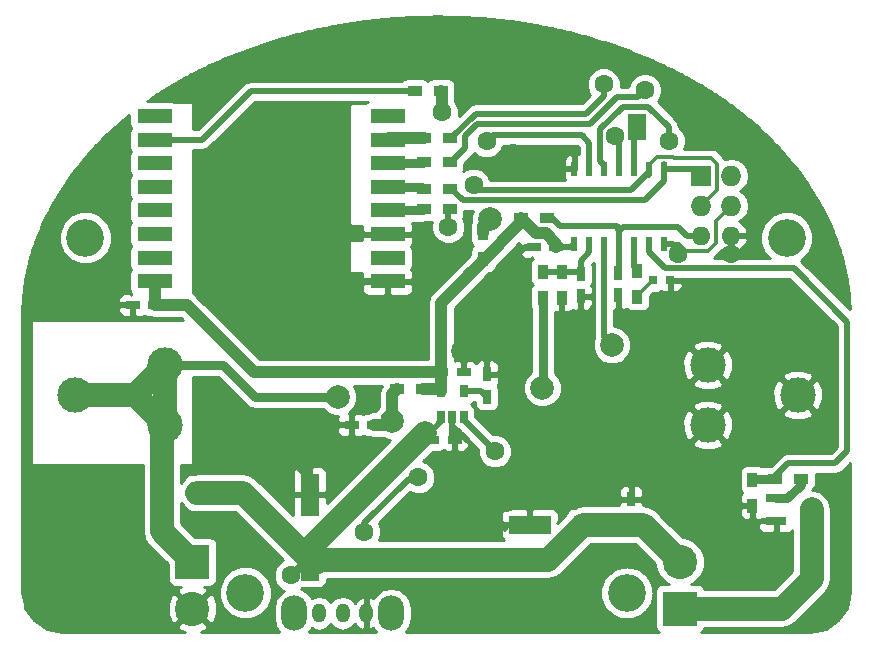
<source format=gbr>
G04 #@! TF.FileFunction,Copper,L1,Top,Signal*
%FSLAX46Y46*%
G04 Gerber Fmt 4.6, Leading zero omitted, Abs format (unit mm)*
G04 Created by KiCad (PCBNEW 4.1.0-alpha+201605041001+6771~44~ubuntu14.04.1-product) date Wed 11 May 2016 01:12:45 PM EEST*
%MOMM*%
%LPD*%
G01*
G04 APERTURE LIST*
%ADD10C,0.100000*%
%ADD11R,0.750000X1.200000*%
%ADD12O,1.200000X1.600000*%
%ADD13O,2.200000X3.000000*%
%ADD14C,3.200000*%
%ADD15R,1.727200X1.727200*%
%ADD16O,1.727200X1.727200*%
%ADD17O,1.600000X1.600000*%
%ADD18R,1.000000X1.900000*%
%ADD19R,1.800860X0.800100*%
%ADD20C,3.000000*%
%ADD21R,1.200000X0.750000*%
%ADD22R,0.508000X1.143000*%
%ADD23R,1.200000X0.900000*%
%ADD24R,1.600200X3.599180*%
%ADD25R,3.599180X1.600200*%
%ADD26R,0.797560X0.797560*%
%ADD27R,2.900000X2.900000*%
%ADD28C,2.900000*%
%ADD29R,0.900000X1.200000*%
%ADD30R,0.650000X1.060000*%
%ADD31R,3.000000X1.200000*%
%ADD32R,1.524000X2.199640*%
%ADD33C,2.000000*%
%ADD34C,1.600000*%
%ADD35C,0.500000*%
%ADD36C,1.000000*%
%ADD37C,0.800000*%
%ADD38C,0.300000*%
%ADD39C,2.000000*%
%ADD40C,0.250000*%
%ADD41C,0.254000*%
G04 APERTURE END LIST*
D10*
D11*
X91500000Y-113350000D03*
X91500000Y-111450000D03*
D12*
X79300000Y-131700000D03*
X81300000Y-131700000D03*
X77300000Y-131700000D03*
D13*
X75200000Y-131700000D03*
X83400000Y-131700000D03*
D14*
X116910000Y-99910000D03*
X57510000Y-99910000D03*
X71060000Y-129970000D03*
D15*
X109650000Y-94660000D03*
D16*
X112190000Y-94660000D03*
X109650000Y-97200000D03*
X112190000Y-97200000D03*
D17*
X109650000Y-99740000D03*
X112190000Y-99740000D03*
D18*
X67000000Y-121500000D03*
X64000000Y-121500000D03*
D19*
X115998860Y-121950000D03*
X115998860Y-123850000D03*
X119001140Y-122900000D03*
D20*
X110210000Y-115750000D03*
X117830000Y-113210000D03*
X110210000Y-110670000D03*
X56610000Y-113200000D03*
X64230000Y-110660000D03*
X64230000Y-115740000D03*
D21*
X97400000Y-100700000D03*
X95500000Y-100700000D03*
X86900000Y-117000000D03*
X88800000Y-117000000D03*
X87650000Y-111300000D03*
X89550000Y-111300000D03*
D11*
X102650000Y-102850000D03*
X102650000Y-104750000D03*
D21*
X63450000Y-105600000D03*
X61550000Y-105600000D03*
D22*
X98890000Y-100402000D03*
X100160000Y-100402000D03*
X101430000Y-100402000D03*
X102700000Y-100402000D03*
X103970000Y-100402000D03*
X105240000Y-100402000D03*
X106510000Y-100402000D03*
X106510000Y-94052000D03*
X105240000Y-94052000D03*
X102700000Y-94052000D03*
X101430000Y-94052000D03*
X100160000Y-94052000D03*
X98890000Y-94052000D03*
X103970000Y-94052000D03*
D23*
X94400000Y-98200000D03*
X96600000Y-98200000D03*
D24*
X76500000Y-127150820D03*
X76500000Y-121649180D03*
D25*
X100650820Y-124200000D03*
X95149180Y-124200000D03*
D11*
X99450000Y-102950000D03*
X99450000Y-104850000D03*
X103720000Y-123950000D03*
X103720000Y-122050000D03*
D26*
X105550700Y-103500000D03*
X107049300Y-103500000D03*
D27*
X107860000Y-131300000D03*
D28*
X107860000Y-127340000D03*
D27*
X66580000Y-127350000D03*
D28*
X66580000Y-131310000D03*
D29*
X104250000Y-104900000D03*
X104250000Y-102700000D03*
X96250000Y-105000000D03*
X96250000Y-102800000D03*
X97850000Y-102800000D03*
X97850000Y-105000000D03*
D23*
X115900000Y-120300000D03*
X118100000Y-120300000D03*
D29*
X114000000Y-120400000D03*
X114000000Y-122600000D03*
D30*
X87650000Y-115100000D03*
X88600000Y-115100000D03*
X89550000Y-115100000D03*
X89550000Y-112900000D03*
X87650000Y-112900000D03*
D31*
X63400000Y-89600000D03*
X63400000Y-91600000D03*
X63400000Y-93600000D03*
X63400000Y-95600000D03*
X63400000Y-97600000D03*
X63400000Y-99600000D03*
X63400000Y-101600000D03*
X63400000Y-103600000D03*
X83100000Y-103600000D03*
X83100000Y-101600000D03*
X83100000Y-99600000D03*
X83100000Y-97600000D03*
X83100000Y-95600000D03*
X83100000Y-93600000D03*
X83100000Y-91600000D03*
X83100000Y-89600000D03*
D14*
X103360000Y-129980000D03*
D21*
X80050000Y-115750000D03*
X81950000Y-115750000D03*
D29*
X91200000Y-101700000D03*
X91200000Y-99500000D03*
D23*
X86100000Y-112750000D03*
X83900000Y-112750000D03*
X86150000Y-91500000D03*
X88350000Y-91500000D03*
X86150000Y-93500000D03*
X88350000Y-93500000D03*
X86150000Y-95750000D03*
X88350000Y-95750000D03*
X86150000Y-97500000D03*
X88350000Y-97500000D03*
X87600000Y-87500000D03*
X85400000Y-87500000D03*
D32*
X104200000Y-90500000D03*
D33*
X91900002Y-124500000D03*
D34*
X78900000Y-118500000D03*
X76900000Y-118400000D03*
X74700000Y-118400000D03*
X93750000Y-92750000D03*
X92250000Y-94000000D03*
X74000000Y-106000000D03*
X75499996Y-109500000D03*
D33*
X89500000Y-109499996D03*
D34*
X112200000Y-101249990D03*
D33*
X121000000Y-121000000D03*
X112000000Y-123000000D03*
X93200000Y-122100000D03*
X92300000Y-105300000D03*
D34*
X74900000Y-128500000D03*
D33*
X102100000Y-109000000D03*
D34*
X91500000Y-91750000D03*
X87700000Y-89300000D03*
X101400000Y-86900000D03*
X102400000Y-91300000D03*
D33*
X96200000Y-112600000D03*
X78900002Y-113400000D03*
D34*
X90400000Y-95400000D03*
X88250000Y-99000000D03*
X109650000Y-97200000D03*
X104900000Y-87400000D03*
X107700000Y-101249990D03*
X106900000Y-91700000D03*
D33*
X83500000Y-115400000D03*
X91800000Y-98300000D03*
D34*
X81100000Y-124800000D03*
X85700000Y-120200000D03*
X92200000Y-118000000D03*
D35*
X89550000Y-112900000D02*
X91050000Y-112900000D01*
X91050000Y-112900000D02*
X91500000Y-113350000D01*
D36*
X89950000Y-103100000D02*
X90650000Y-102400000D01*
X90650000Y-102400000D02*
X91000000Y-102050000D01*
X91200000Y-101700000D02*
X91200000Y-101850000D01*
X91200000Y-101850000D02*
X90650000Y-102400000D01*
X86100000Y-112750000D02*
X87500000Y-112750000D01*
X87500000Y-112750000D02*
X87650000Y-112900000D01*
X87650000Y-111300000D02*
X71800000Y-111300000D01*
X71800000Y-111300000D02*
X66100000Y-105600000D01*
X66100000Y-105600000D02*
X65050000Y-105600000D01*
X65050000Y-105600000D02*
X63450000Y-105600000D01*
X97400000Y-100700000D02*
X97400000Y-100400000D01*
X97400000Y-100400000D02*
X96500000Y-99500000D01*
X96500000Y-99500000D02*
X95700000Y-99500000D01*
X95700000Y-99500000D02*
X94400000Y-98200000D01*
D37*
X94400000Y-98200000D02*
X94400000Y-98650000D01*
X94400000Y-98650000D02*
X94350000Y-98700000D01*
D36*
X87650000Y-111300000D02*
X87650000Y-105400000D01*
X87650000Y-111300000D02*
X87425000Y-111300000D01*
X87650000Y-111300000D02*
X87300000Y-111300000D01*
X87650000Y-112900000D02*
X87650000Y-111300000D01*
D35*
X97400000Y-100700000D02*
X98592000Y-100700000D01*
X98592000Y-100700000D02*
X98890000Y-100402000D01*
D36*
X87650000Y-105400000D02*
X91000000Y-102050000D01*
X91000000Y-102050000D02*
X94350000Y-98700000D01*
X63450000Y-105600000D02*
X63450000Y-103650000D01*
X63450000Y-103650000D02*
X63400000Y-103600000D01*
D35*
X92200002Y-124200000D02*
X91900002Y-124500000D01*
X95149180Y-124200000D02*
X92200002Y-124200000D01*
X93014215Y-124500000D02*
X91900002Y-124500000D01*
X93049180Y-124534965D02*
X93014215Y-124500000D01*
X93049180Y-124600000D02*
X93049180Y-124534965D01*
X89550000Y-116750000D02*
X89900000Y-117100000D01*
X89534998Y-116750000D02*
X89550000Y-116750000D01*
D37*
X76900000Y-118400000D02*
X78800000Y-118400000D01*
X78800000Y-118400000D02*
X78900000Y-118500000D01*
X76500000Y-121649180D02*
X76500000Y-120200000D01*
X76500000Y-120200000D02*
X74700000Y-118400000D01*
D36*
X93500000Y-92750000D02*
X93750000Y-92750000D01*
X92250000Y-94000000D02*
X93500000Y-92750000D01*
D35*
X88600000Y-115815002D02*
X89534998Y-116750000D01*
X89250000Y-116500000D02*
X89500000Y-116750000D01*
X89250000Y-116465002D02*
X89250000Y-116500000D01*
X88600000Y-115815002D02*
X89034998Y-116250000D01*
X89034998Y-116250000D02*
X89250000Y-116465002D01*
X88800000Y-117000000D02*
X88800000Y-116484998D01*
X88800000Y-116484998D02*
X89034998Y-116250000D01*
X88600000Y-115100000D02*
X88600000Y-115815002D01*
X88600000Y-115100000D02*
X88600000Y-116800000D01*
X88600000Y-116800000D02*
X88800000Y-117000000D01*
X74799999Y-106799999D02*
X74000000Y-106000000D01*
X75499996Y-109500000D02*
X75499996Y-107499996D01*
X74799999Y-105200001D02*
X74000000Y-106000000D01*
X75499996Y-107499996D02*
X74799999Y-106799999D01*
X76400000Y-103600000D02*
X74799999Y-105200001D01*
X83100000Y-103600000D02*
X76400000Y-103600000D01*
X89500000Y-108100000D02*
X89500000Y-109499996D01*
X92300000Y-105300000D02*
X89500000Y-108100000D01*
D38*
X112190000Y-101239990D02*
X112200000Y-101249990D01*
X112190000Y-99740000D02*
X112190000Y-101239990D01*
X95500000Y-100700000D02*
X94600000Y-100700000D01*
X92300000Y-103885787D02*
X92300000Y-105300000D01*
X94600000Y-100700000D02*
X92300000Y-103000000D01*
X92300000Y-103000000D02*
X92300000Y-103885787D01*
D35*
X114000000Y-122600000D02*
X112400000Y-122600000D01*
X112400000Y-122600000D02*
X112000000Y-123000000D01*
X95500000Y-100700000D02*
X94754164Y-100700000D01*
X94754164Y-100700000D02*
X92277082Y-103177082D01*
X86248670Y-116402660D02*
X86672339Y-116402660D01*
X86672339Y-116402660D02*
X87650000Y-115424999D01*
X87650000Y-115424999D02*
X87650000Y-115100000D01*
D37*
X76500000Y-127150820D02*
X76249180Y-127150820D01*
X76249180Y-127150820D02*
X74900000Y-128500000D01*
D39*
X100650820Y-124200000D02*
X99651330Y-124200000D01*
X99651330Y-124200000D02*
X96700510Y-127150820D01*
X96700510Y-127150820D02*
X79300100Y-127150820D01*
X105120000Y-124600000D02*
X104720000Y-124200000D01*
X104720000Y-124200000D02*
X100650820Y-124200000D01*
D37*
X77300000Y-127950820D02*
X76500000Y-127150820D01*
D39*
X79300100Y-127150820D02*
X76500000Y-127150820D01*
X86248670Y-116402660D02*
X76500000Y-126151330D01*
X76500000Y-126151330D02*
X76500000Y-127150820D01*
X76500000Y-127150820D02*
X70849180Y-121500000D01*
X70849180Y-121500000D02*
X67000000Y-121500000D01*
D35*
X86900000Y-117000000D02*
X86900000Y-116125000D01*
X86900000Y-116125000D02*
X86775000Y-116000000D01*
D37*
X103720000Y-123950000D02*
X103720000Y-124175000D01*
X103720000Y-124175000D02*
X104145000Y-124600000D01*
X104145000Y-124600000D02*
X105120000Y-124600000D01*
D39*
X107860000Y-127340000D02*
X105120000Y-124600000D01*
D36*
X106560000Y-126040000D02*
X107860000Y-127340000D01*
D35*
X102700000Y-99330500D02*
X102650000Y-99280500D01*
X102650000Y-99280500D02*
X102650000Y-99000000D01*
X102650000Y-99000000D02*
X102550000Y-98900000D01*
X102550000Y-98900000D02*
X97700000Y-98900000D01*
X97700000Y-98900000D02*
X97000000Y-98200000D01*
X97000000Y-98200000D02*
X96600000Y-98200000D01*
X102600000Y-102800000D02*
X102650000Y-102850000D01*
X102700000Y-100402000D02*
X102700000Y-102800000D01*
X102700000Y-102800000D02*
X102650000Y-102850000D01*
X109650000Y-99740000D02*
X108428686Y-99740000D01*
X108428686Y-99740000D02*
X107688686Y-99000000D01*
X107688686Y-99000000D02*
X103030500Y-99000000D01*
X103030500Y-99000000D02*
X102700000Y-99330500D01*
X102700000Y-99330500D02*
X102700000Y-100402000D01*
X96250000Y-102800000D02*
X97850000Y-102800000D01*
X97850000Y-102800000D02*
X99300000Y-102800000D01*
X99300000Y-102800000D02*
X99450000Y-102950000D01*
X99450000Y-102950000D02*
X99450000Y-101850000D01*
X99450000Y-101850000D02*
X100160000Y-101140000D01*
X100160000Y-101140000D02*
X100160000Y-100402000D01*
D38*
X104250000Y-104900000D02*
X104250000Y-104800700D01*
X104250000Y-104800700D02*
X105550700Y-103500000D01*
D35*
X101430000Y-100402000D02*
X101430000Y-108330000D01*
X101430000Y-108330000D02*
X102100000Y-109000000D01*
X103970000Y-100402000D02*
X103970000Y-102420000D01*
X103970000Y-102420000D02*
X104250000Y-102700000D01*
X100160000Y-94052000D02*
X100160000Y-91860000D01*
X100160000Y-91860000D02*
X99550000Y-91250000D01*
X99550000Y-91250000D02*
X92000000Y-91250000D01*
X92000000Y-91250000D02*
X91500000Y-91750000D01*
D36*
X87700000Y-89300000D02*
X87700000Y-87600000D01*
X87700000Y-87600000D02*
X87600000Y-87500000D01*
D35*
X88350000Y-91500000D02*
X88500000Y-91500000D01*
X101400000Y-87900000D02*
X101400000Y-86900000D01*
X88500000Y-91500000D02*
X90600000Y-89400000D01*
X90600000Y-89400000D02*
X99900000Y-89400000D01*
X99900000Y-89400000D02*
X101400000Y-87900000D01*
X102700000Y-91600000D02*
X102400000Y-91300000D01*
X102700000Y-94052000D02*
X102700000Y-91600000D01*
D39*
X119001140Y-122900000D02*
X119001140Y-128798860D01*
X119001140Y-128798860D02*
X116500000Y-131300000D01*
X116500000Y-131300000D02*
X111310000Y-131300000D01*
X111310000Y-131300000D02*
X107860000Y-131300000D01*
D37*
X64230000Y-110660000D02*
X69160000Y-110660000D01*
X69160000Y-110660000D02*
X71900000Y-113400000D01*
X71900000Y-113400000D02*
X77485789Y-113400000D01*
X77485789Y-113400000D02*
X78900002Y-113400000D01*
X96250000Y-112550000D02*
X96200000Y-112600000D01*
X96250000Y-105000000D02*
X96250000Y-112550000D01*
D39*
X64000000Y-121500000D02*
X64000000Y-124770000D01*
X64000000Y-124770000D02*
X66580000Y-127350000D01*
X64000000Y-121500000D02*
X64000000Y-115970000D01*
X64000000Y-115970000D02*
X64230000Y-115740000D01*
X64230000Y-115740000D02*
X61690000Y-113200000D01*
X64230000Y-110660000D02*
X64230000Y-115740000D01*
X56610000Y-113200000D02*
X61690000Y-113200000D01*
X61690000Y-113200000D02*
X64230000Y-110660000D01*
D37*
X115998860Y-121950000D02*
X116950000Y-121950000D01*
X116950000Y-121950000D02*
X118100000Y-120800000D01*
X118100000Y-120800000D02*
X118100000Y-120300000D01*
D35*
X106510000Y-94052000D02*
X106510000Y-95123500D01*
X106510000Y-95123500D02*
X104883500Y-96750000D01*
X104883500Y-96750000D02*
X89500000Y-96750000D01*
X88500000Y-95750000D02*
X88350000Y-95750000D01*
X89500000Y-96750000D02*
X88500000Y-95750000D01*
X106510000Y-94052000D02*
X106510000Y-93686498D01*
X109700000Y-94610000D02*
X109650000Y-94660000D01*
X106510000Y-94052000D02*
X109042000Y-94052000D01*
X109042000Y-94052000D02*
X109650000Y-94660000D01*
D40*
X108942000Y-93952000D02*
X109650000Y-94660000D01*
D35*
X105240000Y-94052000D02*
X105240000Y-94369500D01*
X105240000Y-94369500D02*
X103709500Y-95900000D01*
X103709500Y-95900000D02*
X90800000Y-95900000D01*
X90800000Y-95900000D02*
X90400000Y-95500000D01*
X90400000Y-95500000D02*
X90400000Y-95400000D01*
X90500000Y-95500000D02*
X90400000Y-95400000D01*
X88250000Y-99000000D02*
X88250000Y-97600000D01*
X88250000Y-97600000D02*
X88350000Y-97500000D01*
D38*
X110976399Y-93629197D02*
X110497204Y-93150002D01*
X110976399Y-95873601D02*
X110976399Y-93629197D01*
X107247998Y-93050002D02*
X105924498Y-93050002D01*
X107347998Y-93150002D02*
X107247998Y-93050002D01*
X110497204Y-93150002D02*
X107347998Y-93150002D01*
X105924498Y-93050002D02*
X105240000Y-93734500D01*
X109650000Y-97200000D02*
X110976399Y-95873601D01*
X105240000Y-93734500D02*
X105240000Y-94052000D01*
D35*
X105240000Y-94052000D02*
X105240000Y-94597502D01*
X89700000Y-92300000D02*
X89700000Y-91300000D01*
X88500000Y-93500000D02*
X89700000Y-92300000D01*
X102560042Y-87999989D02*
X104300011Y-87999989D01*
X88350000Y-93500000D02*
X88500000Y-93500000D01*
X90710036Y-90289964D02*
X100270067Y-90289964D01*
X100270067Y-90289964D02*
X102560042Y-87999989D01*
X104300011Y-87999989D02*
X104900000Y-87400000D01*
X89700000Y-91300000D02*
X90710036Y-90289964D01*
X107264000Y-100402000D02*
X107700000Y-100838000D01*
X106510000Y-100402000D02*
X107264000Y-100402000D01*
X107700000Y-100838000D02*
X107700000Y-101249990D01*
D38*
X112190000Y-97200000D02*
X110900001Y-98489999D01*
X110250001Y-100990001D02*
X108390001Y-100990001D01*
X110900001Y-98489999D02*
X110900001Y-100340001D01*
X110900001Y-100340001D02*
X110250001Y-100990001D01*
X108390001Y-100990001D02*
X107802000Y-100402000D01*
X107802000Y-100402000D02*
X106510000Y-100402000D01*
D35*
X122000000Y-118000000D02*
X122000000Y-107000000D01*
X115900000Y-120300000D02*
X115900000Y-120100000D01*
X121000000Y-119000000D02*
X122000000Y-118000000D01*
X106600000Y-102500000D02*
X105240000Y-101140000D01*
X115900000Y-120100000D02*
X117000000Y-119000000D01*
X117000000Y-119000000D02*
X121000000Y-119000000D01*
X122000000Y-107000000D02*
X117500000Y-102500000D01*
X117500000Y-102500000D02*
X106600000Y-102500000D01*
X105240000Y-101140000D02*
X105240000Y-100402000D01*
D40*
X105240000Y-100402000D02*
X105240000Y-100084500D01*
D37*
X115900000Y-120300000D02*
X114100000Y-120300000D01*
X114100000Y-120300000D02*
X114000000Y-120400000D01*
D35*
X101430000Y-94052000D02*
X101430000Y-93734500D01*
X101100000Y-93404500D02*
X101100000Y-90700000D01*
X101430000Y-93734500D02*
X101100000Y-93404500D01*
X101100000Y-90700000D02*
X103000000Y-88800000D01*
X103000000Y-88800000D02*
X105171822Y-88800000D01*
X105171822Y-88800000D02*
X106900000Y-90528178D01*
X106900000Y-90528178D02*
X106900000Y-91700000D01*
D40*
X101450000Y-94032000D02*
X101430000Y-94052000D01*
D35*
X103970000Y-94052000D02*
X103970000Y-90730000D01*
X103970000Y-90730000D02*
X104200000Y-90500000D01*
D36*
X81950000Y-115750000D02*
X83150000Y-115750000D01*
X83150000Y-115750000D02*
X83500000Y-115400000D01*
X83500000Y-115400000D02*
X83500000Y-113150000D01*
X83500000Y-113150000D02*
X83900000Y-112750000D01*
X83500000Y-115225000D02*
X83500000Y-115400000D01*
X91200000Y-99500000D02*
X91200000Y-98900000D01*
X91200000Y-98900000D02*
X91800000Y-98300000D01*
X86150000Y-91500000D02*
X83200000Y-91500000D01*
X83200000Y-91500000D02*
X83100000Y-91600000D01*
D37*
X83100000Y-93600000D02*
X86050000Y-93600000D01*
X86050000Y-93600000D02*
X86150000Y-93500000D01*
X83100000Y-95600000D02*
X86000000Y-95600000D01*
X86000000Y-95600000D02*
X86150000Y-95750000D01*
X83100000Y-97600000D02*
X86050000Y-97600000D01*
X86050000Y-97600000D02*
X86150000Y-97500000D01*
D35*
X63400000Y-91600000D02*
X67400000Y-91600000D01*
X67400000Y-91600000D02*
X71500000Y-87500000D01*
X71500000Y-87500000D02*
X85400000Y-87500000D01*
X85700000Y-120200000D02*
X85600000Y-120300000D01*
X85600000Y-120300000D02*
X84900000Y-120300000D01*
X84900000Y-120300000D02*
X81100000Y-124100000D01*
X81100000Y-124100000D02*
X81100000Y-124800000D01*
X89550000Y-115100000D02*
X89550000Y-115350000D01*
X89550000Y-115350000D02*
X92200000Y-118000000D01*
X89550000Y-115100000D02*
X89550000Y-115305000D01*
D41*
G36*
X122239691Y-129907285D02*
X121974953Y-131238212D01*
X121259259Y-132309323D01*
X120188150Y-133025014D01*
X118857224Y-133289752D01*
X109645174Y-133289752D01*
X109767809Y-133207809D01*
X109908157Y-132997765D01*
X109920642Y-132935000D01*
X116499995Y-132935000D01*
X116500000Y-132935001D01*
X117125688Y-132810543D01*
X117656120Y-132456120D01*
X120157260Y-129954980D01*
X120511683Y-129424548D01*
X120636141Y-128798860D01*
X120636140Y-128798855D01*
X120636140Y-122900000D01*
X120511683Y-122274313D01*
X120500926Y-122258214D01*
X120499727Y-122252185D01*
X120359379Y-122042141D01*
X120354270Y-122038727D01*
X120157260Y-121743880D01*
X119626827Y-121389457D01*
X119055912Y-121275895D01*
X119157809Y-121207809D01*
X119298157Y-120997765D01*
X119347440Y-120750000D01*
X119347440Y-119885000D01*
X120999995Y-119885000D01*
X121000000Y-119885001D01*
X121282484Y-119828810D01*
X121338675Y-119817633D01*
X121625790Y-119625790D01*
X121625791Y-119625789D01*
X122239691Y-119011888D01*
X122239691Y-129907285D01*
X122239691Y-129907285D01*
G37*
X122239691Y-129907285D02*
X121974953Y-131238212D01*
X121259259Y-132309323D01*
X120188150Y-133025014D01*
X118857224Y-133289752D01*
X109645174Y-133289752D01*
X109767809Y-133207809D01*
X109908157Y-132997765D01*
X109920642Y-132935000D01*
X116499995Y-132935000D01*
X116500000Y-132935001D01*
X117125688Y-132810543D01*
X117656120Y-132456120D01*
X120157260Y-129954980D01*
X120511683Y-129424548D01*
X120636141Y-128798860D01*
X120636140Y-128798855D01*
X120636140Y-122900000D01*
X120511683Y-122274313D01*
X120500926Y-122258214D01*
X120499727Y-122252185D01*
X120359379Y-122042141D01*
X120354270Y-122038727D01*
X120157260Y-121743880D01*
X119626827Y-121389457D01*
X119055912Y-121275895D01*
X119157809Y-121207809D01*
X119298157Y-120997765D01*
X119347440Y-120750000D01*
X119347440Y-119885000D01*
X120999995Y-119885000D01*
X121000000Y-119885001D01*
X121282484Y-119828810D01*
X121338675Y-119817633D01*
X121625790Y-119625790D01*
X121625791Y-119625789D01*
X122239691Y-119011888D01*
X122239691Y-129907285D01*
G36*
X61252560Y-90200000D02*
X61301843Y-90447765D01*
X61403564Y-90600000D01*
X61301843Y-90752235D01*
X61252560Y-91000000D01*
X61252560Y-92200000D01*
X61301843Y-92447765D01*
X61403564Y-92600000D01*
X61301843Y-92752235D01*
X61252560Y-93000000D01*
X61252560Y-94200000D01*
X61301843Y-94447765D01*
X61403564Y-94600000D01*
X61301843Y-94752235D01*
X61252560Y-95000000D01*
X61252560Y-96200000D01*
X61301843Y-96447765D01*
X61403564Y-96600000D01*
X61301843Y-96752235D01*
X61252560Y-97000000D01*
X61252560Y-98200000D01*
X61301843Y-98447765D01*
X61403564Y-98600000D01*
X61301843Y-98752235D01*
X61252560Y-99000000D01*
X61252560Y-100200000D01*
X61301843Y-100447765D01*
X61403564Y-100600000D01*
X61301843Y-100752235D01*
X61252560Y-101000000D01*
X61252560Y-102200000D01*
X61301843Y-102447765D01*
X61403564Y-102600000D01*
X61301843Y-102752235D01*
X61252560Y-103000000D01*
X61252560Y-104200000D01*
X61301843Y-104447765D01*
X61422998Y-104629085D01*
X61422998Y-104748748D01*
X61264250Y-104590000D01*
X60823691Y-104590000D01*
X60590302Y-104686673D01*
X60411673Y-104865301D01*
X60315000Y-105098690D01*
X60315000Y-105314250D01*
X60473750Y-105473000D01*
X61423000Y-105473000D01*
X61423000Y-105453000D01*
X61677000Y-105453000D01*
X61677000Y-105473000D01*
X61697000Y-105473000D01*
X61697000Y-105727000D01*
X61677000Y-105727000D01*
X61677000Y-106451250D01*
X61835750Y-106610000D01*
X62276309Y-106610000D01*
X62509698Y-106513327D01*
X62510898Y-106512127D01*
X62602235Y-106573157D01*
X62850000Y-106622440D01*
X62976498Y-106622440D01*
X63015654Y-106648603D01*
X63450000Y-106735000D01*
X65629868Y-106735000D01*
X65767868Y-106873000D01*
X53000000Y-106873000D01*
X52951399Y-106882667D01*
X52910197Y-106910197D01*
X52882667Y-106951399D01*
X52873000Y-107000000D01*
X52873000Y-119000000D01*
X52882667Y-119048601D01*
X52910197Y-119089803D01*
X52951399Y-119117333D01*
X53000000Y-119127000D01*
X62365000Y-119127000D01*
X62365000Y-124769995D01*
X62364999Y-124770000D01*
X62489457Y-125395688D01*
X62843880Y-125926120D01*
X64482560Y-127564800D01*
X64482560Y-128800000D01*
X64531843Y-129047765D01*
X64672191Y-129257809D01*
X64882235Y-129398157D01*
X65130000Y-129447440D01*
X65607172Y-129447440D01*
X65435435Y-129518576D01*
X65281756Y-129832151D01*
X66580000Y-131130395D01*
X67878244Y-129832151D01*
X67724565Y-129518576D01*
X67542346Y-129447440D01*
X68030000Y-129447440D01*
X68277765Y-129398157D01*
X68487809Y-129257809D01*
X68628157Y-129047765D01*
X68677440Y-128800000D01*
X68677440Y-125900000D01*
X68628157Y-125652235D01*
X68487809Y-125442191D01*
X68277765Y-125301843D01*
X68030000Y-125252560D01*
X66794800Y-125252560D01*
X65635000Y-124092760D01*
X65635000Y-122343508D01*
X65843880Y-122656120D01*
X65901174Y-122694403D01*
X65901843Y-122697765D01*
X66042191Y-122907809D01*
X66252235Y-123048157D01*
X66500000Y-123097440D01*
X66811173Y-123097440D01*
X67000000Y-123135000D01*
X70171940Y-123135000D01*
X74252012Y-127215071D01*
X74088200Y-127282757D01*
X73684176Y-127686077D01*
X73465250Y-128213309D01*
X73464752Y-128784187D01*
X73682757Y-129311800D01*
X74086077Y-129715824D01*
X74307669Y-129807837D01*
X73973170Y-130031343D01*
X73597069Y-130594217D01*
X73465000Y-131258173D01*
X73465000Y-132141827D01*
X73597069Y-132805783D01*
X73920447Y-133289752D01*
X67269901Y-133289752D01*
X67724565Y-133101424D01*
X67878244Y-132787849D01*
X66580000Y-131489605D01*
X65281756Y-132787849D01*
X65435435Y-133101424D01*
X65917848Y-133289752D01*
X55557467Y-133289752D01*
X54226540Y-133025014D01*
X53155429Y-132309320D01*
X52439738Y-131238211D01*
X52380044Y-130938108D01*
X64486934Y-130938108D01*
X64503942Y-131767398D01*
X64788576Y-132454565D01*
X65102151Y-132608244D01*
X66400395Y-131310000D01*
X66759605Y-131310000D01*
X68057849Y-132608244D01*
X68371424Y-132454565D01*
X68673066Y-131681892D01*
X68656058Y-130852602D01*
X68473812Y-130412619D01*
X68824613Y-130412619D01*
X69164155Y-131234372D01*
X69792321Y-131863636D01*
X70613481Y-132204611D01*
X71502619Y-132205387D01*
X72324372Y-131865845D01*
X72953636Y-131237679D01*
X73294611Y-130416519D01*
X73295387Y-129527381D01*
X72955845Y-128705628D01*
X72327679Y-128076364D01*
X71506519Y-127735389D01*
X70617381Y-127734613D01*
X69795628Y-128074155D01*
X69166364Y-128702321D01*
X68825389Y-129523481D01*
X68824613Y-130412619D01*
X68473812Y-130412619D01*
X68371424Y-130165435D01*
X68057849Y-130011756D01*
X66759605Y-131310000D01*
X66400395Y-131310000D01*
X65102151Y-130011756D01*
X64788576Y-130165435D01*
X64486934Y-130938108D01*
X52380044Y-130938108D01*
X52175000Y-129907285D01*
X52175000Y-106461615D01*
X52174992Y-106461572D01*
X52176049Y-106271100D01*
X52179222Y-106080574D01*
X52184518Y-105889953D01*
X52184679Y-105885750D01*
X60315000Y-105885750D01*
X60315000Y-106101310D01*
X60411673Y-106334699D01*
X60590302Y-106513327D01*
X60823691Y-106610000D01*
X61264250Y-106610000D01*
X61423000Y-106451250D01*
X61423000Y-105727000D01*
X60473750Y-105727000D01*
X60315000Y-105885750D01*
X52184679Y-105885750D01*
X52191827Y-105699608D01*
X52201267Y-105508994D01*
X52212710Y-105318876D01*
X52226278Y-105128732D01*
X52241977Y-104938425D01*
X52259584Y-104748500D01*
X52279417Y-104558638D01*
X52301216Y-104368529D01*
X52324978Y-104179009D01*
X52350878Y-103989623D01*
X52378844Y-103800031D01*
X52408704Y-103610854D01*
X52440704Y-103421744D01*
X52474661Y-103232665D01*
X52510612Y-103043946D01*
X52548607Y-102855320D01*
X52588529Y-102666994D01*
X52630471Y-102478975D01*
X52674472Y-102291006D01*
X52720420Y-102103257D01*
X52768333Y-101915565D01*
X52818130Y-101728437D01*
X52869948Y-101541527D01*
X52923760Y-101354778D01*
X52979534Y-101168123D01*
X53037237Y-100981871D01*
X53096741Y-100796115D01*
X53158280Y-100610628D01*
X53221806Y-100425274D01*
X53247493Y-100352619D01*
X55274613Y-100352619D01*
X55614155Y-101174372D01*
X56242321Y-101803636D01*
X57063481Y-102144611D01*
X57952619Y-102145387D01*
X58774372Y-101805845D01*
X59403636Y-101177679D01*
X59744611Y-100356519D01*
X59745387Y-99467381D01*
X59405845Y-98645628D01*
X58777679Y-98016364D01*
X57956519Y-97675389D01*
X57067381Y-97674613D01*
X56245628Y-98014155D01*
X55616364Y-98642321D01*
X55275389Y-99463481D01*
X55274613Y-100352619D01*
X53247493Y-100352619D01*
X53287197Y-100240318D01*
X53354526Y-100055647D01*
X53423691Y-99871369D01*
X53494803Y-99687446D01*
X53567821Y-99503983D01*
X53642799Y-99320605D01*
X53719601Y-99137752D01*
X53798212Y-98955361D01*
X53878765Y-98773438D01*
X53961211Y-98591787D01*
X54045576Y-98410449D01*
X54131653Y-98229572D01*
X54219535Y-98049550D01*
X54309537Y-97869448D01*
X54401188Y-97689929D01*
X54494661Y-97511031D01*
X54590025Y-97332626D01*
X54687185Y-97154516D01*
X54786149Y-96977157D01*
X54886904Y-96800107D01*
X54989516Y-96623715D01*
X55093912Y-96447748D01*
X55200145Y-96272312D01*
X55308099Y-96097409D01*
X55417754Y-95923167D01*
X55529291Y-95749546D01*
X55642572Y-95576367D01*
X55757571Y-95403919D01*
X55874375Y-95231969D01*
X55992877Y-95060682D01*
X56113175Y-94890007D01*
X56235132Y-94720103D01*
X56359051Y-94550495D01*
X56484452Y-94381801D01*
X56611786Y-94213549D01*
X56740490Y-94046224D01*
X56871139Y-93879553D01*
X57003480Y-93713397D01*
X57137511Y-93548098D01*
X57273073Y-93383515D01*
X57410312Y-93219899D01*
X57549624Y-93056473D01*
X57690332Y-92893925D01*
X57832537Y-92732434D01*
X57976439Y-92571677D01*
X58122169Y-92411608D01*
X58269447Y-92252235D01*
X58418418Y-92093703D01*
X58568950Y-91936049D01*
X58721193Y-91779122D01*
X58874967Y-91623105D01*
X59030262Y-91468004D01*
X59187357Y-91313644D01*
X59345935Y-91160143D01*
X59506192Y-91007503D01*
X59667939Y-90855720D01*
X59831200Y-90704949D01*
X59996103Y-90554991D01*
X60162621Y-90405967D01*
X60330603Y-90257909D01*
X60500124Y-90110761D01*
X60671332Y-89964528D01*
X60843975Y-89819209D01*
X61018110Y-89674967D01*
X61193931Y-89531563D01*
X61252560Y-89484469D01*
X61252560Y-90200000D01*
X61252560Y-90200000D01*
G37*
X61252560Y-90200000D02*
X61301843Y-90447765D01*
X61403564Y-90600000D01*
X61301843Y-90752235D01*
X61252560Y-91000000D01*
X61252560Y-92200000D01*
X61301843Y-92447765D01*
X61403564Y-92600000D01*
X61301843Y-92752235D01*
X61252560Y-93000000D01*
X61252560Y-94200000D01*
X61301843Y-94447765D01*
X61403564Y-94600000D01*
X61301843Y-94752235D01*
X61252560Y-95000000D01*
X61252560Y-96200000D01*
X61301843Y-96447765D01*
X61403564Y-96600000D01*
X61301843Y-96752235D01*
X61252560Y-97000000D01*
X61252560Y-98200000D01*
X61301843Y-98447765D01*
X61403564Y-98600000D01*
X61301843Y-98752235D01*
X61252560Y-99000000D01*
X61252560Y-100200000D01*
X61301843Y-100447765D01*
X61403564Y-100600000D01*
X61301843Y-100752235D01*
X61252560Y-101000000D01*
X61252560Y-102200000D01*
X61301843Y-102447765D01*
X61403564Y-102600000D01*
X61301843Y-102752235D01*
X61252560Y-103000000D01*
X61252560Y-104200000D01*
X61301843Y-104447765D01*
X61422998Y-104629085D01*
X61422998Y-104748748D01*
X61264250Y-104590000D01*
X60823691Y-104590000D01*
X60590302Y-104686673D01*
X60411673Y-104865301D01*
X60315000Y-105098690D01*
X60315000Y-105314250D01*
X60473750Y-105473000D01*
X61423000Y-105473000D01*
X61423000Y-105453000D01*
X61677000Y-105453000D01*
X61677000Y-105473000D01*
X61697000Y-105473000D01*
X61697000Y-105727000D01*
X61677000Y-105727000D01*
X61677000Y-106451250D01*
X61835750Y-106610000D01*
X62276309Y-106610000D01*
X62509698Y-106513327D01*
X62510898Y-106512127D01*
X62602235Y-106573157D01*
X62850000Y-106622440D01*
X62976498Y-106622440D01*
X63015654Y-106648603D01*
X63450000Y-106735000D01*
X65629868Y-106735000D01*
X65767868Y-106873000D01*
X53000000Y-106873000D01*
X52951399Y-106882667D01*
X52910197Y-106910197D01*
X52882667Y-106951399D01*
X52873000Y-107000000D01*
X52873000Y-119000000D01*
X52882667Y-119048601D01*
X52910197Y-119089803D01*
X52951399Y-119117333D01*
X53000000Y-119127000D01*
X62365000Y-119127000D01*
X62365000Y-124769995D01*
X62364999Y-124770000D01*
X62489457Y-125395688D01*
X62843880Y-125926120D01*
X64482560Y-127564800D01*
X64482560Y-128800000D01*
X64531843Y-129047765D01*
X64672191Y-129257809D01*
X64882235Y-129398157D01*
X65130000Y-129447440D01*
X65607172Y-129447440D01*
X65435435Y-129518576D01*
X65281756Y-129832151D01*
X66580000Y-131130395D01*
X67878244Y-129832151D01*
X67724565Y-129518576D01*
X67542346Y-129447440D01*
X68030000Y-129447440D01*
X68277765Y-129398157D01*
X68487809Y-129257809D01*
X68628157Y-129047765D01*
X68677440Y-128800000D01*
X68677440Y-125900000D01*
X68628157Y-125652235D01*
X68487809Y-125442191D01*
X68277765Y-125301843D01*
X68030000Y-125252560D01*
X66794800Y-125252560D01*
X65635000Y-124092760D01*
X65635000Y-122343508D01*
X65843880Y-122656120D01*
X65901174Y-122694403D01*
X65901843Y-122697765D01*
X66042191Y-122907809D01*
X66252235Y-123048157D01*
X66500000Y-123097440D01*
X66811173Y-123097440D01*
X67000000Y-123135000D01*
X70171940Y-123135000D01*
X74252012Y-127215071D01*
X74088200Y-127282757D01*
X73684176Y-127686077D01*
X73465250Y-128213309D01*
X73464752Y-128784187D01*
X73682757Y-129311800D01*
X74086077Y-129715824D01*
X74307669Y-129807837D01*
X73973170Y-130031343D01*
X73597069Y-130594217D01*
X73465000Y-131258173D01*
X73465000Y-132141827D01*
X73597069Y-132805783D01*
X73920447Y-133289752D01*
X67269901Y-133289752D01*
X67724565Y-133101424D01*
X67878244Y-132787849D01*
X66580000Y-131489605D01*
X65281756Y-132787849D01*
X65435435Y-133101424D01*
X65917848Y-133289752D01*
X55557467Y-133289752D01*
X54226540Y-133025014D01*
X53155429Y-132309320D01*
X52439738Y-131238211D01*
X52380044Y-130938108D01*
X64486934Y-130938108D01*
X64503942Y-131767398D01*
X64788576Y-132454565D01*
X65102151Y-132608244D01*
X66400395Y-131310000D01*
X66759605Y-131310000D01*
X68057849Y-132608244D01*
X68371424Y-132454565D01*
X68673066Y-131681892D01*
X68656058Y-130852602D01*
X68473812Y-130412619D01*
X68824613Y-130412619D01*
X69164155Y-131234372D01*
X69792321Y-131863636D01*
X70613481Y-132204611D01*
X71502619Y-132205387D01*
X72324372Y-131865845D01*
X72953636Y-131237679D01*
X73294611Y-130416519D01*
X73295387Y-129527381D01*
X72955845Y-128705628D01*
X72327679Y-128076364D01*
X71506519Y-127735389D01*
X70617381Y-127734613D01*
X69795628Y-128074155D01*
X69166364Y-128702321D01*
X68825389Y-129523481D01*
X68824613Y-130412619D01*
X68473812Y-130412619D01*
X68371424Y-130165435D01*
X68057849Y-130011756D01*
X66759605Y-131310000D01*
X66400395Y-131310000D01*
X65102151Y-130011756D01*
X64788576Y-130165435D01*
X64486934Y-130938108D01*
X52380044Y-130938108D01*
X52175000Y-129907285D01*
X52175000Y-106461615D01*
X52174992Y-106461572D01*
X52176049Y-106271100D01*
X52179222Y-106080574D01*
X52184518Y-105889953D01*
X52184679Y-105885750D01*
X60315000Y-105885750D01*
X60315000Y-106101310D01*
X60411673Y-106334699D01*
X60590302Y-106513327D01*
X60823691Y-106610000D01*
X61264250Y-106610000D01*
X61423000Y-106451250D01*
X61423000Y-105727000D01*
X60473750Y-105727000D01*
X60315000Y-105885750D01*
X52184679Y-105885750D01*
X52191827Y-105699608D01*
X52201267Y-105508994D01*
X52212710Y-105318876D01*
X52226278Y-105128732D01*
X52241977Y-104938425D01*
X52259584Y-104748500D01*
X52279417Y-104558638D01*
X52301216Y-104368529D01*
X52324978Y-104179009D01*
X52350878Y-103989623D01*
X52378844Y-103800031D01*
X52408704Y-103610854D01*
X52440704Y-103421744D01*
X52474661Y-103232665D01*
X52510612Y-103043946D01*
X52548607Y-102855320D01*
X52588529Y-102666994D01*
X52630471Y-102478975D01*
X52674472Y-102291006D01*
X52720420Y-102103257D01*
X52768333Y-101915565D01*
X52818130Y-101728437D01*
X52869948Y-101541527D01*
X52923760Y-101354778D01*
X52979534Y-101168123D01*
X53037237Y-100981871D01*
X53096741Y-100796115D01*
X53158280Y-100610628D01*
X53221806Y-100425274D01*
X53247493Y-100352619D01*
X55274613Y-100352619D01*
X55614155Y-101174372D01*
X56242321Y-101803636D01*
X57063481Y-102144611D01*
X57952619Y-102145387D01*
X58774372Y-101805845D01*
X59403636Y-101177679D01*
X59744611Y-100356519D01*
X59745387Y-99467381D01*
X59405845Y-98645628D01*
X58777679Y-98016364D01*
X57956519Y-97675389D01*
X57067381Y-97674613D01*
X56245628Y-98014155D01*
X55616364Y-98642321D01*
X55275389Y-99463481D01*
X55274613Y-100352619D01*
X53247493Y-100352619D01*
X53287197Y-100240318D01*
X53354526Y-100055647D01*
X53423691Y-99871369D01*
X53494803Y-99687446D01*
X53567821Y-99503983D01*
X53642799Y-99320605D01*
X53719601Y-99137752D01*
X53798212Y-98955361D01*
X53878765Y-98773438D01*
X53961211Y-98591787D01*
X54045576Y-98410449D01*
X54131653Y-98229572D01*
X54219535Y-98049550D01*
X54309537Y-97869448D01*
X54401188Y-97689929D01*
X54494661Y-97511031D01*
X54590025Y-97332626D01*
X54687185Y-97154516D01*
X54786149Y-96977157D01*
X54886904Y-96800107D01*
X54989516Y-96623715D01*
X55093912Y-96447748D01*
X55200145Y-96272312D01*
X55308099Y-96097409D01*
X55417754Y-95923167D01*
X55529291Y-95749546D01*
X55642572Y-95576367D01*
X55757571Y-95403919D01*
X55874375Y-95231969D01*
X55992877Y-95060682D01*
X56113175Y-94890007D01*
X56235132Y-94720103D01*
X56359051Y-94550495D01*
X56484452Y-94381801D01*
X56611786Y-94213549D01*
X56740490Y-94046224D01*
X56871139Y-93879553D01*
X57003480Y-93713397D01*
X57137511Y-93548098D01*
X57273073Y-93383515D01*
X57410312Y-93219899D01*
X57549624Y-93056473D01*
X57690332Y-92893925D01*
X57832537Y-92732434D01*
X57976439Y-92571677D01*
X58122169Y-92411608D01*
X58269447Y-92252235D01*
X58418418Y-92093703D01*
X58568950Y-91936049D01*
X58721193Y-91779122D01*
X58874967Y-91623105D01*
X59030262Y-91468004D01*
X59187357Y-91313644D01*
X59345935Y-91160143D01*
X59506192Y-91007503D01*
X59667939Y-90855720D01*
X59831200Y-90704949D01*
X59996103Y-90554991D01*
X60162621Y-90405967D01*
X60330603Y-90257909D01*
X60500124Y-90110761D01*
X60671332Y-89964528D01*
X60843975Y-89819209D01*
X61018110Y-89674967D01*
X61193931Y-89531563D01*
X61252560Y-89484469D01*
X61252560Y-90200000D01*
G36*
X105774800Y-127567040D02*
X105774638Y-127752913D01*
X106091392Y-128519515D01*
X106677400Y-129106547D01*
X106908625Y-129202560D01*
X106410000Y-129202560D01*
X106162235Y-129251843D01*
X105952191Y-129392191D01*
X105811843Y-129602235D01*
X105762560Y-129850000D01*
X105762560Y-132750000D01*
X105811843Y-132997765D01*
X105952191Y-133207809D01*
X106074826Y-133289752D01*
X84679553Y-133289752D01*
X85002931Y-132805783D01*
X85135000Y-132141827D01*
X85135000Y-131258173D01*
X85002931Y-130594217D01*
X84626830Y-130031343D01*
X84531433Y-129967600D01*
X101103256Y-129967600D01*
X101124915Y-130076488D01*
X101124613Y-130422619D01*
X101257957Y-130745335D01*
X101275288Y-130832465D01*
X101324212Y-130905685D01*
X101464155Y-131244372D01*
X101725339Y-131506013D01*
X101765195Y-131565661D01*
X101824322Y-131605168D01*
X102092321Y-131873636D01*
X102445742Y-132020389D01*
X102498391Y-132055568D01*
X102559952Y-132067813D01*
X102913481Y-132214611D01*
X103299650Y-132214948D01*
X103363256Y-132227600D01*
X103426306Y-132215059D01*
X103802619Y-132215387D01*
X104153475Y-132070416D01*
X104228121Y-132055568D01*
X104290850Y-132013654D01*
X104624372Y-131875845D01*
X104882023Y-131618644D01*
X104961317Y-131565661D01*
X105013837Y-131487060D01*
X105253636Y-131247679D01*
X105384718Y-130931998D01*
X105451224Y-130832465D01*
X105474374Y-130716083D01*
X105594611Y-130426519D01*
X105594887Y-130110221D01*
X105623256Y-129967600D01*
X105595135Y-129826225D01*
X105595387Y-129537381D01*
X105484112Y-129268076D01*
X105451224Y-129102735D01*
X105358383Y-128963790D01*
X105255845Y-128715628D01*
X105064471Y-128523919D01*
X104961317Y-128369539D01*
X104808286Y-128267287D01*
X104627679Y-128086364D01*
X104389505Y-127987466D01*
X104228121Y-127879632D01*
X104039417Y-127842096D01*
X103806519Y-127745389D01*
X103552118Y-127745167D01*
X103363256Y-127707600D01*
X103176044Y-127744839D01*
X102917381Y-127744613D01*
X102676216Y-127844260D01*
X102498391Y-127879632D01*
X102348955Y-127979482D01*
X102095628Y-128084155D01*
X101899929Y-128279512D01*
X101765195Y-128369539D01*
X101675955Y-128503096D01*
X101466364Y-128712321D01*
X101351795Y-128988235D01*
X101275288Y-129102735D01*
X101248657Y-129236618D01*
X101125389Y-129533481D01*
X101125106Y-129857752D01*
X101103256Y-129967600D01*
X84531433Y-129967600D01*
X84063956Y-129655242D01*
X83400000Y-129523173D01*
X82736044Y-129655242D01*
X82173170Y-130031343D01*
X81899734Y-130440568D01*
X81660161Y-130312526D01*
X81617609Y-130306538D01*
X81427000Y-130431269D01*
X81427000Y-131573000D01*
X81447000Y-131573000D01*
X81447000Y-131827000D01*
X81427000Y-131827000D01*
X81427000Y-132968731D01*
X81617609Y-133093462D01*
X81660161Y-133087474D01*
X81899734Y-132959432D01*
X82120447Y-133289752D01*
X76479553Y-133289752D01*
X76688841Y-132976531D01*
X76827386Y-133069104D01*
X77300000Y-133163113D01*
X77772614Y-133069104D01*
X78173277Y-132801390D01*
X78300000Y-132611735D01*
X78426723Y-132801390D01*
X78827386Y-133069104D01*
X79300000Y-133163113D01*
X79772614Y-133069104D01*
X80173277Y-132801390D01*
X80304342Y-132605236D01*
X80512828Y-132859255D01*
X80939839Y-133087474D01*
X80982391Y-133093462D01*
X81173000Y-132968731D01*
X81173000Y-131827000D01*
X81153000Y-131827000D01*
X81153000Y-131573000D01*
X81173000Y-131573000D01*
X81173000Y-130431269D01*
X80982391Y-130306538D01*
X80939839Y-130312526D01*
X80512828Y-130540745D01*
X80304342Y-130794764D01*
X80173277Y-130598610D01*
X79772614Y-130330896D01*
X79300000Y-130236887D01*
X78827386Y-130330896D01*
X78426723Y-130598610D01*
X78300000Y-130788265D01*
X78173277Y-130598610D01*
X77772614Y-130330896D01*
X77300000Y-130236887D01*
X76827386Y-130330896D01*
X76688841Y-130423469D01*
X76426830Y-130031343D01*
X75863956Y-129655242D01*
X75788871Y-129640307D01*
X75831401Y-129597850D01*
X77300100Y-129597850D01*
X77547865Y-129548567D01*
X77757909Y-129408219D01*
X77898257Y-129198175D01*
X77947540Y-128950410D01*
X77947540Y-128785820D01*
X96700505Y-128785820D01*
X96700510Y-128785821D01*
X97326198Y-128661363D01*
X97856630Y-128306940D01*
X100328569Y-125835000D01*
X104042760Y-125835000D01*
X105774800Y-127567040D01*
X105774800Y-127567040D01*
G37*
X105774800Y-127567040D02*
X105774638Y-127752913D01*
X106091392Y-128519515D01*
X106677400Y-129106547D01*
X106908625Y-129202560D01*
X106410000Y-129202560D01*
X106162235Y-129251843D01*
X105952191Y-129392191D01*
X105811843Y-129602235D01*
X105762560Y-129850000D01*
X105762560Y-132750000D01*
X105811843Y-132997765D01*
X105952191Y-133207809D01*
X106074826Y-133289752D01*
X84679553Y-133289752D01*
X85002931Y-132805783D01*
X85135000Y-132141827D01*
X85135000Y-131258173D01*
X85002931Y-130594217D01*
X84626830Y-130031343D01*
X84531433Y-129967600D01*
X101103256Y-129967600D01*
X101124915Y-130076488D01*
X101124613Y-130422619D01*
X101257957Y-130745335D01*
X101275288Y-130832465D01*
X101324212Y-130905685D01*
X101464155Y-131244372D01*
X101725339Y-131506013D01*
X101765195Y-131565661D01*
X101824322Y-131605168D01*
X102092321Y-131873636D01*
X102445742Y-132020389D01*
X102498391Y-132055568D01*
X102559952Y-132067813D01*
X102913481Y-132214611D01*
X103299650Y-132214948D01*
X103363256Y-132227600D01*
X103426306Y-132215059D01*
X103802619Y-132215387D01*
X104153475Y-132070416D01*
X104228121Y-132055568D01*
X104290850Y-132013654D01*
X104624372Y-131875845D01*
X104882023Y-131618644D01*
X104961317Y-131565661D01*
X105013837Y-131487060D01*
X105253636Y-131247679D01*
X105384718Y-130931998D01*
X105451224Y-130832465D01*
X105474374Y-130716083D01*
X105594611Y-130426519D01*
X105594887Y-130110221D01*
X105623256Y-129967600D01*
X105595135Y-129826225D01*
X105595387Y-129537381D01*
X105484112Y-129268076D01*
X105451224Y-129102735D01*
X105358383Y-128963790D01*
X105255845Y-128715628D01*
X105064471Y-128523919D01*
X104961317Y-128369539D01*
X104808286Y-128267287D01*
X104627679Y-128086364D01*
X104389505Y-127987466D01*
X104228121Y-127879632D01*
X104039417Y-127842096D01*
X103806519Y-127745389D01*
X103552118Y-127745167D01*
X103363256Y-127707600D01*
X103176044Y-127744839D01*
X102917381Y-127744613D01*
X102676216Y-127844260D01*
X102498391Y-127879632D01*
X102348955Y-127979482D01*
X102095628Y-128084155D01*
X101899929Y-128279512D01*
X101765195Y-128369539D01*
X101675955Y-128503096D01*
X101466364Y-128712321D01*
X101351795Y-128988235D01*
X101275288Y-129102735D01*
X101248657Y-129236618D01*
X101125389Y-129533481D01*
X101125106Y-129857752D01*
X101103256Y-129967600D01*
X84531433Y-129967600D01*
X84063956Y-129655242D01*
X83400000Y-129523173D01*
X82736044Y-129655242D01*
X82173170Y-130031343D01*
X81899734Y-130440568D01*
X81660161Y-130312526D01*
X81617609Y-130306538D01*
X81427000Y-130431269D01*
X81427000Y-131573000D01*
X81447000Y-131573000D01*
X81447000Y-131827000D01*
X81427000Y-131827000D01*
X81427000Y-132968731D01*
X81617609Y-133093462D01*
X81660161Y-133087474D01*
X81899734Y-132959432D01*
X82120447Y-133289752D01*
X76479553Y-133289752D01*
X76688841Y-132976531D01*
X76827386Y-133069104D01*
X77300000Y-133163113D01*
X77772614Y-133069104D01*
X78173277Y-132801390D01*
X78300000Y-132611735D01*
X78426723Y-132801390D01*
X78827386Y-133069104D01*
X79300000Y-133163113D01*
X79772614Y-133069104D01*
X80173277Y-132801390D01*
X80304342Y-132605236D01*
X80512828Y-132859255D01*
X80939839Y-133087474D01*
X80982391Y-133093462D01*
X81173000Y-132968731D01*
X81173000Y-131827000D01*
X81153000Y-131827000D01*
X81153000Y-131573000D01*
X81173000Y-131573000D01*
X81173000Y-130431269D01*
X80982391Y-130306538D01*
X80939839Y-130312526D01*
X80512828Y-130540745D01*
X80304342Y-130794764D01*
X80173277Y-130598610D01*
X79772614Y-130330896D01*
X79300000Y-130236887D01*
X78827386Y-130330896D01*
X78426723Y-130598610D01*
X78300000Y-130788265D01*
X78173277Y-130598610D01*
X77772614Y-130330896D01*
X77300000Y-130236887D01*
X76827386Y-130330896D01*
X76688841Y-130423469D01*
X76426830Y-130031343D01*
X75863956Y-129655242D01*
X75788871Y-129640307D01*
X75831401Y-129597850D01*
X77300100Y-129597850D01*
X77547865Y-129548567D01*
X77757909Y-129408219D01*
X77898257Y-129198175D01*
X77947540Y-128950410D01*
X77947540Y-128785820D01*
X96700505Y-128785820D01*
X96700510Y-128785821D01*
X97326198Y-128661363D01*
X97856630Y-128306940D01*
X100328569Y-125835000D01*
X104042760Y-125835000D01*
X105774800Y-127567040D01*
G36*
X94265000Y-100414250D02*
X94423750Y-100573000D01*
X95373000Y-100573000D01*
X95373000Y-100569956D01*
X95647000Y-100624458D01*
X95647000Y-100827000D01*
X95627000Y-100827000D01*
X95627000Y-100847000D01*
X95373000Y-100847000D01*
X95373000Y-100827000D01*
X94423750Y-100827000D01*
X94265000Y-100985750D01*
X94265000Y-101201310D01*
X94361673Y-101434699D01*
X94540302Y-101613327D01*
X94773691Y-101710000D01*
X95214250Y-101710000D01*
X95372998Y-101551252D01*
X95372998Y-101710000D01*
X95390368Y-101710000D01*
X95342191Y-101742191D01*
X95201843Y-101952235D01*
X95152560Y-102200000D01*
X95152560Y-103400000D01*
X95201843Y-103647765D01*
X95342191Y-103857809D01*
X95405334Y-103900000D01*
X95342191Y-103942191D01*
X95201843Y-104152235D01*
X95152560Y-104400000D01*
X95152560Y-105600000D01*
X95201843Y-105847765D01*
X95215000Y-105867456D01*
X95215000Y-111273058D01*
X94814722Y-111672637D01*
X94565284Y-112273352D01*
X94564716Y-112923795D01*
X94813106Y-113524943D01*
X95272637Y-113985278D01*
X95873352Y-114234716D01*
X96523795Y-114235284D01*
X97124943Y-113986894D01*
X97585278Y-113527363D01*
X97834716Y-112926648D01*
X97834803Y-112826187D01*
X115687277Y-112826187D01*
X115703503Y-113675387D01*
X115997261Y-114384582D01*
X116316030Y-114544365D01*
X117650395Y-113210000D01*
X118009605Y-113210000D01*
X119343970Y-114544365D01*
X119662739Y-114384582D01*
X119972723Y-113593813D01*
X119956497Y-112744613D01*
X119662739Y-112035418D01*
X119343970Y-111875635D01*
X118009605Y-113210000D01*
X117650395Y-113210000D01*
X116316030Y-111875635D01*
X115997261Y-112035418D01*
X115687277Y-112826187D01*
X97834803Y-112826187D01*
X97835284Y-112276205D01*
X97797174Y-112183970D01*
X108875635Y-112183970D01*
X109035418Y-112502739D01*
X109826187Y-112812723D01*
X110675387Y-112796497D01*
X111384582Y-112502739D01*
X111544365Y-112183970D01*
X110210000Y-110849605D01*
X108875635Y-112183970D01*
X97797174Y-112183970D01*
X97586894Y-111675057D01*
X97285000Y-111372635D01*
X97285000Y-106235000D01*
X97564250Y-106235000D01*
X97723000Y-106076250D01*
X97723000Y-105127000D01*
X97703000Y-105127000D01*
X97703000Y-104873000D01*
X97723000Y-104873000D01*
X97723000Y-104853000D01*
X97977000Y-104853000D01*
X97977000Y-104873000D01*
X97997000Y-104873000D01*
X97997000Y-105127000D01*
X97977000Y-105127000D01*
X97977000Y-106076250D01*
X98135750Y-106235000D01*
X98426310Y-106235000D01*
X98659699Y-106138327D01*
X98782050Y-106015975D01*
X98948690Y-106085000D01*
X99164250Y-106085000D01*
X99323000Y-105926250D01*
X99323000Y-104977000D01*
X99577000Y-104977000D01*
X99577000Y-105926250D01*
X99735750Y-106085000D01*
X99951310Y-106085000D01*
X100184699Y-105988327D01*
X100363327Y-105809698D01*
X100460000Y-105576309D01*
X100460000Y-105135750D01*
X100301250Y-104977000D01*
X99577000Y-104977000D01*
X99323000Y-104977000D01*
X99303000Y-104977000D01*
X99303000Y-104723000D01*
X99323000Y-104723000D01*
X99323000Y-104703000D01*
X99577000Y-104703000D01*
X99577000Y-104723000D01*
X100301250Y-104723000D01*
X100460000Y-104564250D01*
X100460000Y-104123691D01*
X100363327Y-103890302D01*
X100362127Y-103889102D01*
X100423157Y-103797765D01*
X100472440Y-103550000D01*
X100472440Y-102350000D01*
X100427502Y-102124078D01*
X100545000Y-102006579D01*
X100545000Y-108329995D01*
X100544999Y-108330000D01*
X100565358Y-108432347D01*
X100465284Y-108673352D01*
X100464716Y-109323795D01*
X100713106Y-109924943D01*
X101172637Y-110385278D01*
X101773352Y-110634716D01*
X102423795Y-110635284D01*
X103024943Y-110386894D01*
X103125826Y-110286187D01*
X108067277Y-110286187D01*
X108083503Y-111135387D01*
X108377261Y-111844582D01*
X108696030Y-112004365D01*
X110030395Y-110670000D01*
X110389605Y-110670000D01*
X111723970Y-112004365D01*
X112042739Y-111844582D01*
X112100971Y-111696030D01*
X116495635Y-111696030D01*
X117830000Y-113030395D01*
X119164365Y-111696030D01*
X119004582Y-111377261D01*
X118213813Y-111067277D01*
X117364613Y-111083503D01*
X116655418Y-111377261D01*
X116495635Y-111696030D01*
X112100971Y-111696030D01*
X112352723Y-111053813D01*
X112336497Y-110204613D01*
X112042739Y-109495418D01*
X111723970Y-109335635D01*
X110389605Y-110670000D01*
X110030395Y-110670000D01*
X108696030Y-109335635D01*
X108377261Y-109495418D01*
X108067277Y-110286187D01*
X103125826Y-110286187D01*
X103485278Y-109927363D01*
X103734716Y-109326648D01*
X103734864Y-109156030D01*
X108875635Y-109156030D01*
X110210000Y-110490395D01*
X111544365Y-109156030D01*
X111384582Y-108837261D01*
X110593813Y-108527277D01*
X109744613Y-108543503D01*
X109035418Y-108837261D01*
X108875635Y-109156030D01*
X103734864Y-109156030D01*
X103735284Y-108676205D01*
X103486894Y-108075057D01*
X103027363Y-107614722D01*
X102426648Y-107365284D01*
X102315000Y-107365187D01*
X102315000Y-105985000D01*
X102364250Y-105985000D01*
X102523000Y-105826250D01*
X102523000Y-104877000D01*
X102503000Y-104877000D01*
X102503000Y-104623000D01*
X102523000Y-104623000D01*
X102523000Y-104603000D01*
X102777000Y-104603000D01*
X102777000Y-104623000D01*
X102797000Y-104623000D01*
X102797000Y-104877000D01*
X102777000Y-104877000D01*
X102777000Y-105826250D01*
X102935750Y-105985000D01*
X103151310Y-105985000D01*
X103315043Y-105917179D01*
X103342191Y-105957809D01*
X103552235Y-106098157D01*
X103800000Y-106147440D01*
X104700000Y-106147440D01*
X104947765Y-106098157D01*
X105157809Y-105957809D01*
X105298157Y-105747765D01*
X105347440Y-105500000D01*
X105347440Y-104813418D01*
X105614638Y-104546220D01*
X105949480Y-104546220D01*
X106197245Y-104496937D01*
X106289205Y-104435490D01*
X106290822Y-104437107D01*
X106524211Y-104533780D01*
X106763550Y-104533780D01*
X106922300Y-104375030D01*
X106922300Y-103627000D01*
X107176300Y-103627000D01*
X107176300Y-104375030D01*
X107335050Y-104533780D01*
X107574389Y-104533780D01*
X107807778Y-104437107D01*
X107986407Y-104258479D01*
X108083080Y-104025090D01*
X108083080Y-103785750D01*
X107924330Y-103627000D01*
X107176300Y-103627000D01*
X106922300Y-103627000D01*
X106902300Y-103627000D01*
X106902300Y-103385000D01*
X117133420Y-103385000D01*
X121115000Y-107366579D01*
X121115000Y-117633421D01*
X120633420Y-118115000D01*
X117000005Y-118115000D01*
X117000000Y-118114999D01*
X116717516Y-118171190D01*
X116661325Y-118182367D01*
X116374210Y-118374210D01*
X116374208Y-118374213D01*
X115545860Y-119202560D01*
X115300000Y-119202560D01*
X115052235Y-119251843D01*
X115032544Y-119265000D01*
X114792285Y-119265000D01*
X114697765Y-119201843D01*
X114450000Y-119152560D01*
X113550000Y-119152560D01*
X113302235Y-119201843D01*
X113092191Y-119342191D01*
X112951843Y-119552235D01*
X112902560Y-119800000D01*
X112902560Y-121000000D01*
X112951843Y-121247765D01*
X113092191Y-121457809D01*
X113153320Y-121498654D01*
X113011673Y-121640302D01*
X112915000Y-121873691D01*
X112915000Y-122314250D01*
X113073750Y-122473000D01*
X113873000Y-122473000D01*
X113873000Y-122453000D01*
X114127000Y-122453000D01*
X114127000Y-122473000D01*
X114147000Y-122473000D01*
X114147000Y-122727000D01*
X114127000Y-122727000D01*
X114127000Y-123676250D01*
X114285750Y-123835000D01*
X114576310Y-123835000D01*
X114809699Y-123738327D01*
X114825026Y-123723000D01*
X115871860Y-123723000D01*
X115871860Y-123703000D01*
X116125860Y-123703000D01*
X116125860Y-123723000D01*
X116145860Y-123723000D01*
X116145860Y-123977000D01*
X116125860Y-123977000D01*
X116125860Y-124726300D01*
X116284610Y-124885050D01*
X117025600Y-124885050D01*
X117258989Y-124788377D01*
X117366140Y-124681225D01*
X117366140Y-128121620D01*
X115822760Y-129665000D01*
X109920642Y-129665000D01*
X109908157Y-129602235D01*
X109767809Y-129392191D01*
X109557765Y-129251843D01*
X109310000Y-129202560D01*
X108812134Y-129202560D01*
X109039515Y-129108608D01*
X109626547Y-128522600D01*
X109944638Y-127756552D01*
X109945362Y-126927087D01*
X109628608Y-126160485D01*
X109042600Y-125573453D01*
X108276552Y-125255362D01*
X108087436Y-125255197D01*
X106967990Y-124135750D01*
X114463430Y-124135750D01*
X114463430Y-124376359D01*
X114560103Y-124609748D01*
X114738731Y-124788377D01*
X114972120Y-124885050D01*
X115713110Y-124885050D01*
X115871860Y-124726300D01*
X115871860Y-123977000D01*
X114622180Y-123977000D01*
X114463430Y-124135750D01*
X106967990Y-124135750D01*
X106276120Y-123443880D01*
X106276117Y-123443878D01*
X105876120Y-123043880D01*
X105639462Y-122885750D01*
X112915000Y-122885750D01*
X112915000Y-123326309D01*
X113011673Y-123559698D01*
X113190301Y-123738327D01*
X113423690Y-123835000D01*
X113714250Y-123835000D01*
X113873000Y-123676250D01*
X113873000Y-122727000D01*
X113073750Y-122727000D01*
X112915000Y-122885750D01*
X105639462Y-122885750D01*
X105345688Y-122689457D01*
X104730000Y-122566988D01*
X104730000Y-122335750D01*
X104571250Y-122177000D01*
X103847000Y-122177000D01*
X103847000Y-122197000D01*
X103593000Y-122197000D01*
X103593000Y-122177000D01*
X102868750Y-122177000D01*
X102710000Y-122335750D01*
X102710000Y-122565000D01*
X99651335Y-122565000D01*
X99651330Y-122564999D01*
X99025643Y-122689457D01*
X98931352Y-122752460D01*
X98851230Y-122752460D01*
X98603465Y-122801743D01*
X98393421Y-122942091D01*
X98253073Y-123152135D01*
X98219830Y-123319261D01*
X97466093Y-124072998D01*
X97425022Y-124072998D01*
X97583770Y-123914250D01*
X97583770Y-123273590D01*
X97487097Y-123040201D01*
X97308468Y-122861573D01*
X97075079Y-122764900D01*
X95434930Y-122764900D01*
X95276180Y-122923650D01*
X95276180Y-124073000D01*
X95296180Y-124073000D01*
X95296180Y-124327000D01*
X95276180Y-124327000D01*
X95276180Y-124347000D01*
X95022180Y-124347000D01*
X95022180Y-124327000D01*
X92873340Y-124327000D01*
X92714590Y-124485750D01*
X92714590Y-125126410D01*
X92811263Y-125359799D01*
X92967285Y-125515820D01*
X82356560Y-125515820D01*
X82534750Y-125086691D01*
X82535248Y-124515813D01*
X82359971Y-124091609D01*
X83177989Y-123273590D01*
X92714590Y-123273590D01*
X92714590Y-123914250D01*
X92873340Y-124073000D01*
X95022180Y-124073000D01*
X95022180Y-122923650D01*
X94863430Y-122764900D01*
X93223281Y-122764900D01*
X92989892Y-122861573D01*
X92811263Y-123040201D01*
X92714590Y-123273590D01*
X83177989Y-123273590D01*
X84991839Y-121459740D01*
X85413309Y-121634750D01*
X85984187Y-121635248D01*
X86511800Y-121417243D01*
X86605515Y-121323691D01*
X102710000Y-121323691D01*
X102710000Y-121764250D01*
X102868750Y-121923000D01*
X103593000Y-121923000D01*
X103593000Y-120973750D01*
X103847000Y-120973750D01*
X103847000Y-121923000D01*
X104571250Y-121923000D01*
X104730000Y-121764250D01*
X104730000Y-121323691D01*
X104633327Y-121090302D01*
X104454699Y-120911673D01*
X104221310Y-120815000D01*
X104005750Y-120815000D01*
X103847000Y-120973750D01*
X103593000Y-120973750D01*
X103434250Y-120815000D01*
X103218690Y-120815000D01*
X102985301Y-120911673D01*
X102806673Y-121090302D01*
X102710000Y-121323691D01*
X86605515Y-121323691D01*
X86915824Y-121013923D01*
X87134750Y-120486691D01*
X87135248Y-119915813D01*
X86917243Y-119388200D01*
X86513923Y-118984176D01*
X86136227Y-118827343D01*
X86941129Y-118022440D01*
X87500000Y-118022440D01*
X87747765Y-117973157D01*
X87839102Y-117912127D01*
X87840302Y-117913327D01*
X88073691Y-118010000D01*
X88514250Y-118010000D01*
X88673000Y-117851250D01*
X88673000Y-117127000D01*
X88653000Y-117127000D01*
X88653000Y-116873000D01*
X88673000Y-116873000D01*
X88673000Y-116853000D01*
X88927000Y-116853000D01*
X88927000Y-116873000D01*
X88947000Y-116873000D01*
X88947000Y-117127000D01*
X88927000Y-117127000D01*
X88927000Y-117851250D01*
X89085750Y-118010000D01*
X89526309Y-118010000D01*
X89759698Y-117913327D01*
X89938327Y-117734699D01*
X90035000Y-117501310D01*
X90035000Y-117285750D01*
X89876252Y-117127002D01*
X90035000Y-117127002D01*
X90035000Y-117086580D01*
X90765160Y-117816739D01*
X90764752Y-118284187D01*
X90982757Y-118811800D01*
X91386077Y-119215824D01*
X91913309Y-119434750D01*
X92484187Y-119435248D01*
X93011800Y-119217243D01*
X93415824Y-118813923D01*
X93634750Y-118286691D01*
X93635248Y-117715813D01*
X93448551Y-117263970D01*
X108875635Y-117263970D01*
X109035418Y-117582739D01*
X109826187Y-117892723D01*
X110675387Y-117876497D01*
X111384582Y-117582739D01*
X111544365Y-117263970D01*
X110210000Y-115929605D01*
X108875635Y-117263970D01*
X93448551Y-117263970D01*
X93417243Y-117188200D01*
X93013923Y-116784176D01*
X92486691Y-116565250D01*
X92016419Y-116564840D01*
X90817767Y-115366187D01*
X108067277Y-115366187D01*
X108083503Y-116215387D01*
X108377261Y-116924582D01*
X108696030Y-117084365D01*
X110030395Y-115750000D01*
X110389605Y-115750000D01*
X111723970Y-117084365D01*
X112042739Y-116924582D01*
X112352723Y-116133813D01*
X112336497Y-115284613D01*
X112104272Y-114723970D01*
X116495635Y-114723970D01*
X116655418Y-115042739D01*
X117446187Y-115352723D01*
X118295387Y-115336497D01*
X119004582Y-115042739D01*
X119164365Y-114723970D01*
X117830000Y-113389605D01*
X116495635Y-114723970D01*
X112104272Y-114723970D01*
X112042739Y-114575418D01*
X111723970Y-114415635D01*
X110389605Y-115750000D01*
X110030395Y-115750000D01*
X108696030Y-114415635D01*
X108377261Y-114575418D01*
X108067277Y-115366187D01*
X90817767Y-115366187D01*
X90522440Y-115070860D01*
X90522440Y-114570000D01*
X90473157Y-114322235D01*
X90332809Y-114112191D01*
X90164905Y-114000000D01*
X90332809Y-113887809D01*
X90401504Y-113785000D01*
X90477560Y-113785000D01*
X90477560Y-113950000D01*
X90526843Y-114197765D01*
X90667191Y-114407809D01*
X90877235Y-114548157D01*
X91125000Y-114597440D01*
X91875000Y-114597440D01*
X92122765Y-114548157D01*
X92332809Y-114407809D01*
X92447588Y-114236030D01*
X108875635Y-114236030D01*
X110210000Y-115570395D01*
X111544365Y-114236030D01*
X111384582Y-113917261D01*
X110593813Y-113607277D01*
X109744613Y-113623503D01*
X109035418Y-113917261D01*
X108875635Y-114236030D01*
X92447588Y-114236030D01*
X92473157Y-114197765D01*
X92522440Y-113950000D01*
X92522440Y-112750000D01*
X92473157Y-112502235D01*
X92412127Y-112410898D01*
X92413327Y-112409698D01*
X92510000Y-112176309D01*
X92510000Y-111735750D01*
X92351250Y-111577000D01*
X91627000Y-111577000D01*
X91627000Y-111597000D01*
X91373000Y-111597000D01*
X91373000Y-111577000D01*
X91353000Y-111577000D01*
X91353000Y-111323000D01*
X91373000Y-111323000D01*
X91373000Y-110373750D01*
X91627000Y-110373750D01*
X91627000Y-111323000D01*
X92351250Y-111323000D01*
X92510000Y-111164250D01*
X92510000Y-110723691D01*
X92413327Y-110490302D01*
X92234699Y-110311673D01*
X92001310Y-110215000D01*
X91785750Y-110215000D01*
X91627000Y-110373750D01*
X91373000Y-110373750D01*
X91214250Y-110215000D01*
X90998690Y-110215000D01*
X90765301Y-110311673D01*
X90600000Y-110476975D01*
X90509698Y-110386673D01*
X90276309Y-110290000D01*
X89835750Y-110290000D01*
X89677000Y-110448750D01*
X89677000Y-111173000D01*
X89697000Y-111173000D01*
X89697000Y-111427000D01*
X89677000Y-111427000D01*
X89677000Y-111447000D01*
X89423000Y-111447000D01*
X89423000Y-111427000D01*
X89403000Y-111427000D01*
X89403000Y-111173000D01*
X89423000Y-111173000D01*
X89423000Y-110448750D01*
X89264250Y-110290000D01*
X88823691Y-110290000D01*
X88785000Y-110306026D01*
X88785000Y-105870132D01*
X91722018Y-102933115D01*
X91897765Y-102898157D01*
X92107809Y-102757809D01*
X92248157Y-102547765D01*
X92283115Y-102372017D01*
X94265000Y-100390133D01*
X94265000Y-100414250D01*
X94265000Y-100414250D01*
G37*
X94265000Y-100414250D02*
X94423750Y-100573000D01*
X95373000Y-100573000D01*
X95373000Y-100569956D01*
X95647000Y-100624458D01*
X95647000Y-100827000D01*
X95627000Y-100827000D01*
X95627000Y-100847000D01*
X95373000Y-100847000D01*
X95373000Y-100827000D01*
X94423750Y-100827000D01*
X94265000Y-100985750D01*
X94265000Y-101201310D01*
X94361673Y-101434699D01*
X94540302Y-101613327D01*
X94773691Y-101710000D01*
X95214250Y-101710000D01*
X95372998Y-101551252D01*
X95372998Y-101710000D01*
X95390368Y-101710000D01*
X95342191Y-101742191D01*
X95201843Y-101952235D01*
X95152560Y-102200000D01*
X95152560Y-103400000D01*
X95201843Y-103647765D01*
X95342191Y-103857809D01*
X95405334Y-103900000D01*
X95342191Y-103942191D01*
X95201843Y-104152235D01*
X95152560Y-104400000D01*
X95152560Y-105600000D01*
X95201843Y-105847765D01*
X95215000Y-105867456D01*
X95215000Y-111273058D01*
X94814722Y-111672637D01*
X94565284Y-112273352D01*
X94564716Y-112923795D01*
X94813106Y-113524943D01*
X95272637Y-113985278D01*
X95873352Y-114234716D01*
X96523795Y-114235284D01*
X97124943Y-113986894D01*
X97585278Y-113527363D01*
X97834716Y-112926648D01*
X97834803Y-112826187D01*
X115687277Y-112826187D01*
X115703503Y-113675387D01*
X115997261Y-114384582D01*
X116316030Y-114544365D01*
X117650395Y-113210000D01*
X118009605Y-113210000D01*
X119343970Y-114544365D01*
X119662739Y-114384582D01*
X119972723Y-113593813D01*
X119956497Y-112744613D01*
X119662739Y-112035418D01*
X119343970Y-111875635D01*
X118009605Y-113210000D01*
X117650395Y-113210000D01*
X116316030Y-111875635D01*
X115997261Y-112035418D01*
X115687277Y-112826187D01*
X97834803Y-112826187D01*
X97835284Y-112276205D01*
X97797174Y-112183970D01*
X108875635Y-112183970D01*
X109035418Y-112502739D01*
X109826187Y-112812723D01*
X110675387Y-112796497D01*
X111384582Y-112502739D01*
X111544365Y-112183970D01*
X110210000Y-110849605D01*
X108875635Y-112183970D01*
X97797174Y-112183970D01*
X97586894Y-111675057D01*
X97285000Y-111372635D01*
X97285000Y-106235000D01*
X97564250Y-106235000D01*
X97723000Y-106076250D01*
X97723000Y-105127000D01*
X97703000Y-105127000D01*
X97703000Y-104873000D01*
X97723000Y-104873000D01*
X97723000Y-104853000D01*
X97977000Y-104853000D01*
X97977000Y-104873000D01*
X97997000Y-104873000D01*
X97997000Y-105127000D01*
X97977000Y-105127000D01*
X97977000Y-106076250D01*
X98135750Y-106235000D01*
X98426310Y-106235000D01*
X98659699Y-106138327D01*
X98782050Y-106015975D01*
X98948690Y-106085000D01*
X99164250Y-106085000D01*
X99323000Y-105926250D01*
X99323000Y-104977000D01*
X99577000Y-104977000D01*
X99577000Y-105926250D01*
X99735750Y-106085000D01*
X99951310Y-106085000D01*
X100184699Y-105988327D01*
X100363327Y-105809698D01*
X100460000Y-105576309D01*
X100460000Y-105135750D01*
X100301250Y-104977000D01*
X99577000Y-104977000D01*
X99323000Y-104977000D01*
X99303000Y-104977000D01*
X99303000Y-104723000D01*
X99323000Y-104723000D01*
X99323000Y-104703000D01*
X99577000Y-104703000D01*
X99577000Y-104723000D01*
X100301250Y-104723000D01*
X100460000Y-104564250D01*
X100460000Y-104123691D01*
X100363327Y-103890302D01*
X100362127Y-103889102D01*
X100423157Y-103797765D01*
X100472440Y-103550000D01*
X100472440Y-102350000D01*
X100427502Y-102124078D01*
X100545000Y-102006579D01*
X100545000Y-108329995D01*
X100544999Y-108330000D01*
X100565358Y-108432347D01*
X100465284Y-108673352D01*
X100464716Y-109323795D01*
X100713106Y-109924943D01*
X101172637Y-110385278D01*
X101773352Y-110634716D01*
X102423795Y-110635284D01*
X103024943Y-110386894D01*
X103125826Y-110286187D01*
X108067277Y-110286187D01*
X108083503Y-111135387D01*
X108377261Y-111844582D01*
X108696030Y-112004365D01*
X110030395Y-110670000D01*
X110389605Y-110670000D01*
X111723970Y-112004365D01*
X112042739Y-111844582D01*
X112100971Y-111696030D01*
X116495635Y-111696030D01*
X117830000Y-113030395D01*
X119164365Y-111696030D01*
X119004582Y-111377261D01*
X118213813Y-111067277D01*
X117364613Y-111083503D01*
X116655418Y-111377261D01*
X116495635Y-111696030D01*
X112100971Y-111696030D01*
X112352723Y-111053813D01*
X112336497Y-110204613D01*
X112042739Y-109495418D01*
X111723970Y-109335635D01*
X110389605Y-110670000D01*
X110030395Y-110670000D01*
X108696030Y-109335635D01*
X108377261Y-109495418D01*
X108067277Y-110286187D01*
X103125826Y-110286187D01*
X103485278Y-109927363D01*
X103734716Y-109326648D01*
X103734864Y-109156030D01*
X108875635Y-109156030D01*
X110210000Y-110490395D01*
X111544365Y-109156030D01*
X111384582Y-108837261D01*
X110593813Y-108527277D01*
X109744613Y-108543503D01*
X109035418Y-108837261D01*
X108875635Y-109156030D01*
X103734864Y-109156030D01*
X103735284Y-108676205D01*
X103486894Y-108075057D01*
X103027363Y-107614722D01*
X102426648Y-107365284D01*
X102315000Y-107365187D01*
X102315000Y-105985000D01*
X102364250Y-105985000D01*
X102523000Y-105826250D01*
X102523000Y-104877000D01*
X102503000Y-104877000D01*
X102503000Y-104623000D01*
X102523000Y-104623000D01*
X102523000Y-104603000D01*
X102777000Y-104603000D01*
X102777000Y-104623000D01*
X102797000Y-104623000D01*
X102797000Y-104877000D01*
X102777000Y-104877000D01*
X102777000Y-105826250D01*
X102935750Y-105985000D01*
X103151310Y-105985000D01*
X103315043Y-105917179D01*
X103342191Y-105957809D01*
X103552235Y-106098157D01*
X103800000Y-106147440D01*
X104700000Y-106147440D01*
X104947765Y-106098157D01*
X105157809Y-105957809D01*
X105298157Y-105747765D01*
X105347440Y-105500000D01*
X105347440Y-104813418D01*
X105614638Y-104546220D01*
X105949480Y-104546220D01*
X106197245Y-104496937D01*
X106289205Y-104435490D01*
X106290822Y-104437107D01*
X106524211Y-104533780D01*
X106763550Y-104533780D01*
X106922300Y-104375030D01*
X106922300Y-103627000D01*
X107176300Y-103627000D01*
X107176300Y-104375030D01*
X107335050Y-104533780D01*
X107574389Y-104533780D01*
X107807778Y-104437107D01*
X107986407Y-104258479D01*
X108083080Y-104025090D01*
X108083080Y-103785750D01*
X107924330Y-103627000D01*
X107176300Y-103627000D01*
X106922300Y-103627000D01*
X106902300Y-103627000D01*
X106902300Y-103385000D01*
X117133420Y-103385000D01*
X121115000Y-107366579D01*
X121115000Y-117633421D01*
X120633420Y-118115000D01*
X117000005Y-118115000D01*
X117000000Y-118114999D01*
X116717516Y-118171190D01*
X116661325Y-118182367D01*
X116374210Y-118374210D01*
X116374208Y-118374213D01*
X115545860Y-119202560D01*
X115300000Y-119202560D01*
X115052235Y-119251843D01*
X115032544Y-119265000D01*
X114792285Y-119265000D01*
X114697765Y-119201843D01*
X114450000Y-119152560D01*
X113550000Y-119152560D01*
X113302235Y-119201843D01*
X113092191Y-119342191D01*
X112951843Y-119552235D01*
X112902560Y-119800000D01*
X112902560Y-121000000D01*
X112951843Y-121247765D01*
X113092191Y-121457809D01*
X113153320Y-121498654D01*
X113011673Y-121640302D01*
X112915000Y-121873691D01*
X112915000Y-122314250D01*
X113073750Y-122473000D01*
X113873000Y-122473000D01*
X113873000Y-122453000D01*
X114127000Y-122453000D01*
X114127000Y-122473000D01*
X114147000Y-122473000D01*
X114147000Y-122727000D01*
X114127000Y-122727000D01*
X114127000Y-123676250D01*
X114285750Y-123835000D01*
X114576310Y-123835000D01*
X114809699Y-123738327D01*
X114825026Y-123723000D01*
X115871860Y-123723000D01*
X115871860Y-123703000D01*
X116125860Y-123703000D01*
X116125860Y-123723000D01*
X116145860Y-123723000D01*
X116145860Y-123977000D01*
X116125860Y-123977000D01*
X116125860Y-124726300D01*
X116284610Y-124885050D01*
X117025600Y-124885050D01*
X117258989Y-124788377D01*
X117366140Y-124681225D01*
X117366140Y-128121620D01*
X115822760Y-129665000D01*
X109920642Y-129665000D01*
X109908157Y-129602235D01*
X109767809Y-129392191D01*
X109557765Y-129251843D01*
X109310000Y-129202560D01*
X108812134Y-129202560D01*
X109039515Y-129108608D01*
X109626547Y-128522600D01*
X109944638Y-127756552D01*
X109945362Y-126927087D01*
X109628608Y-126160485D01*
X109042600Y-125573453D01*
X108276552Y-125255362D01*
X108087436Y-125255197D01*
X106967990Y-124135750D01*
X114463430Y-124135750D01*
X114463430Y-124376359D01*
X114560103Y-124609748D01*
X114738731Y-124788377D01*
X114972120Y-124885050D01*
X115713110Y-124885050D01*
X115871860Y-124726300D01*
X115871860Y-123977000D01*
X114622180Y-123977000D01*
X114463430Y-124135750D01*
X106967990Y-124135750D01*
X106276120Y-123443880D01*
X106276117Y-123443878D01*
X105876120Y-123043880D01*
X105639462Y-122885750D01*
X112915000Y-122885750D01*
X112915000Y-123326309D01*
X113011673Y-123559698D01*
X113190301Y-123738327D01*
X113423690Y-123835000D01*
X113714250Y-123835000D01*
X113873000Y-123676250D01*
X113873000Y-122727000D01*
X113073750Y-122727000D01*
X112915000Y-122885750D01*
X105639462Y-122885750D01*
X105345688Y-122689457D01*
X104730000Y-122566988D01*
X104730000Y-122335750D01*
X104571250Y-122177000D01*
X103847000Y-122177000D01*
X103847000Y-122197000D01*
X103593000Y-122197000D01*
X103593000Y-122177000D01*
X102868750Y-122177000D01*
X102710000Y-122335750D01*
X102710000Y-122565000D01*
X99651335Y-122565000D01*
X99651330Y-122564999D01*
X99025643Y-122689457D01*
X98931352Y-122752460D01*
X98851230Y-122752460D01*
X98603465Y-122801743D01*
X98393421Y-122942091D01*
X98253073Y-123152135D01*
X98219830Y-123319261D01*
X97466093Y-124072998D01*
X97425022Y-124072998D01*
X97583770Y-123914250D01*
X97583770Y-123273590D01*
X97487097Y-123040201D01*
X97308468Y-122861573D01*
X97075079Y-122764900D01*
X95434930Y-122764900D01*
X95276180Y-122923650D01*
X95276180Y-124073000D01*
X95296180Y-124073000D01*
X95296180Y-124327000D01*
X95276180Y-124327000D01*
X95276180Y-124347000D01*
X95022180Y-124347000D01*
X95022180Y-124327000D01*
X92873340Y-124327000D01*
X92714590Y-124485750D01*
X92714590Y-125126410D01*
X92811263Y-125359799D01*
X92967285Y-125515820D01*
X82356560Y-125515820D01*
X82534750Y-125086691D01*
X82535248Y-124515813D01*
X82359971Y-124091609D01*
X83177989Y-123273590D01*
X92714590Y-123273590D01*
X92714590Y-123914250D01*
X92873340Y-124073000D01*
X95022180Y-124073000D01*
X95022180Y-122923650D01*
X94863430Y-122764900D01*
X93223281Y-122764900D01*
X92989892Y-122861573D01*
X92811263Y-123040201D01*
X92714590Y-123273590D01*
X83177989Y-123273590D01*
X84991839Y-121459740D01*
X85413309Y-121634750D01*
X85984187Y-121635248D01*
X86511800Y-121417243D01*
X86605515Y-121323691D01*
X102710000Y-121323691D01*
X102710000Y-121764250D01*
X102868750Y-121923000D01*
X103593000Y-121923000D01*
X103593000Y-120973750D01*
X103847000Y-120973750D01*
X103847000Y-121923000D01*
X104571250Y-121923000D01*
X104730000Y-121764250D01*
X104730000Y-121323691D01*
X104633327Y-121090302D01*
X104454699Y-120911673D01*
X104221310Y-120815000D01*
X104005750Y-120815000D01*
X103847000Y-120973750D01*
X103593000Y-120973750D01*
X103434250Y-120815000D01*
X103218690Y-120815000D01*
X102985301Y-120911673D01*
X102806673Y-121090302D01*
X102710000Y-121323691D01*
X86605515Y-121323691D01*
X86915824Y-121013923D01*
X87134750Y-120486691D01*
X87135248Y-119915813D01*
X86917243Y-119388200D01*
X86513923Y-118984176D01*
X86136227Y-118827343D01*
X86941129Y-118022440D01*
X87500000Y-118022440D01*
X87747765Y-117973157D01*
X87839102Y-117912127D01*
X87840302Y-117913327D01*
X88073691Y-118010000D01*
X88514250Y-118010000D01*
X88673000Y-117851250D01*
X88673000Y-117127000D01*
X88653000Y-117127000D01*
X88653000Y-116873000D01*
X88673000Y-116873000D01*
X88673000Y-116853000D01*
X88927000Y-116853000D01*
X88927000Y-116873000D01*
X88947000Y-116873000D01*
X88947000Y-117127000D01*
X88927000Y-117127000D01*
X88927000Y-117851250D01*
X89085750Y-118010000D01*
X89526309Y-118010000D01*
X89759698Y-117913327D01*
X89938327Y-117734699D01*
X90035000Y-117501310D01*
X90035000Y-117285750D01*
X89876252Y-117127002D01*
X90035000Y-117127002D01*
X90035000Y-117086580D01*
X90765160Y-117816739D01*
X90764752Y-118284187D01*
X90982757Y-118811800D01*
X91386077Y-119215824D01*
X91913309Y-119434750D01*
X92484187Y-119435248D01*
X93011800Y-119217243D01*
X93415824Y-118813923D01*
X93634750Y-118286691D01*
X93635248Y-117715813D01*
X93448551Y-117263970D01*
X108875635Y-117263970D01*
X109035418Y-117582739D01*
X109826187Y-117892723D01*
X110675387Y-117876497D01*
X111384582Y-117582739D01*
X111544365Y-117263970D01*
X110210000Y-115929605D01*
X108875635Y-117263970D01*
X93448551Y-117263970D01*
X93417243Y-117188200D01*
X93013923Y-116784176D01*
X92486691Y-116565250D01*
X92016419Y-116564840D01*
X90817767Y-115366187D01*
X108067277Y-115366187D01*
X108083503Y-116215387D01*
X108377261Y-116924582D01*
X108696030Y-117084365D01*
X110030395Y-115750000D01*
X110389605Y-115750000D01*
X111723970Y-117084365D01*
X112042739Y-116924582D01*
X112352723Y-116133813D01*
X112336497Y-115284613D01*
X112104272Y-114723970D01*
X116495635Y-114723970D01*
X116655418Y-115042739D01*
X117446187Y-115352723D01*
X118295387Y-115336497D01*
X119004582Y-115042739D01*
X119164365Y-114723970D01*
X117830000Y-113389605D01*
X116495635Y-114723970D01*
X112104272Y-114723970D01*
X112042739Y-114575418D01*
X111723970Y-114415635D01*
X110389605Y-115750000D01*
X110030395Y-115750000D01*
X108696030Y-114415635D01*
X108377261Y-114575418D01*
X108067277Y-115366187D01*
X90817767Y-115366187D01*
X90522440Y-115070860D01*
X90522440Y-114570000D01*
X90473157Y-114322235D01*
X90332809Y-114112191D01*
X90164905Y-114000000D01*
X90332809Y-113887809D01*
X90401504Y-113785000D01*
X90477560Y-113785000D01*
X90477560Y-113950000D01*
X90526843Y-114197765D01*
X90667191Y-114407809D01*
X90877235Y-114548157D01*
X91125000Y-114597440D01*
X91875000Y-114597440D01*
X92122765Y-114548157D01*
X92332809Y-114407809D01*
X92447588Y-114236030D01*
X108875635Y-114236030D01*
X110210000Y-115570395D01*
X111544365Y-114236030D01*
X111384582Y-113917261D01*
X110593813Y-113607277D01*
X109744613Y-113623503D01*
X109035418Y-113917261D01*
X108875635Y-114236030D01*
X92447588Y-114236030D01*
X92473157Y-114197765D01*
X92522440Y-113950000D01*
X92522440Y-112750000D01*
X92473157Y-112502235D01*
X92412127Y-112410898D01*
X92413327Y-112409698D01*
X92510000Y-112176309D01*
X92510000Y-111735750D01*
X92351250Y-111577000D01*
X91627000Y-111577000D01*
X91627000Y-111597000D01*
X91373000Y-111597000D01*
X91373000Y-111577000D01*
X91353000Y-111577000D01*
X91353000Y-111323000D01*
X91373000Y-111323000D01*
X91373000Y-110373750D01*
X91627000Y-110373750D01*
X91627000Y-111323000D01*
X92351250Y-111323000D01*
X92510000Y-111164250D01*
X92510000Y-110723691D01*
X92413327Y-110490302D01*
X92234699Y-110311673D01*
X92001310Y-110215000D01*
X91785750Y-110215000D01*
X91627000Y-110373750D01*
X91373000Y-110373750D01*
X91214250Y-110215000D01*
X90998690Y-110215000D01*
X90765301Y-110311673D01*
X90600000Y-110476975D01*
X90509698Y-110386673D01*
X90276309Y-110290000D01*
X89835750Y-110290000D01*
X89677000Y-110448750D01*
X89677000Y-111173000D01*
X89697000Y-111173000D01*
X89697000Y-111427000D01*
X89677000Y-111427000D01*
X89677000Y-111447000D01*
X89423000Y-111447000D01*
X89423000Y-111427000D01*
X89403000Y-111427000D01*
X89403000Y-111173000D01*
X89423000Y-111173000D01*
X89423000Y-110448750D01*
X89264250Y-110290000D01*
X88823691Y-110290000D01*
X88785000Y-110306026D01*
X88785000Y-105870132D01*
X91722018Y-102933115D01*
X91897765Y-102898157D01*
X92107809Y-102757809D01*
X92248157Y-102547765D01*
X92283115Y-102372017D01*
X94265000Y-100390133D01*
X94265000Y-100414250D01*
G36*
X71168142Y-114131853D02*
X71168144Y-114131856D01*
X71393401Y-114282367D01*
X71503923Y-114356215D01*
X71900000Y-114435001D01*
X71900005Y-114435000D01*
X77622973Y-114435000D01*
X77972639Y-114785278D01*
X78573354Y-115034716D01*
X78903512Y-115035004D01*
X78815000Y-115248690D01*
X78815000Y-115464250D01*
X78973750Y-115623000D01*
X79923000Y-115623000D01*
X79923000Y-114898750D01*
X79815179Y-114790929D01*
X79824945Y-114786894D01*
X80285280Y-114327363D01*
X80534718Y-113726648D01*
X80535286Y-113076205D01*
X80286896Y-112475057D01*
X80246909Y-112435000D01*
X82638924Y-112435000D01*
X82451397Y-112715654D01*
X82365000Y-113150000D01*
X82365000Y-114222796D01*
X82114722Y-114472637D01*
X82055608Y-114615000D01*
X81950000Y-114615000D01*
X81515654Y-114701397D01*
X81476498Y-114727560D01*
X81350000Y-114727560D01*
X81102235Y-114776843D01*
X81010898Y-114837873D01*
X81009698Y-114836673D01*
X80776309Y-114740000D01*
X80335750Y-114740000D01*
X80177000Y-114898750D01*
X80177000Y-115623000D01*
X80197000Y-115623000D01*
X80197000Y-115877000D01*
X80177000Y-115877000D01*
X80177000Y-116601250D01*
X80335750Y-116760000D01*
X80776309Y-116760000D01*
X81009698Y-116663327D01*
X81010898Y-116662127D01*
X81102235Y-116723157D01*
X81350000Y-116772440D01*
X81476498Y-116772440D01*
X81515654Y-116798603D01*
X81950000Y-116885000D01*
X82812795Y-116885000D01*
X83173352Y-117034716D01*
X83304261Y-117034830D01*
X77935100Y-122403990D01*
X77935100Y-121934930D01*
X77776350Y-121776180D01*
X76627000Y-121776180D01*
X76627000Y-121796180D01*
X76373000Y-121796180D01*
X76373000Y-121776180D01*
X75223650Y-121776180D01*
X75064900Y-121934930D01*
X75064900Y-123403481D01*
X72005300Y-120343880D01*
X71474868Y-119989457D01*
X70849180Y-119864999D01*
X70849175Y-119865000D01*
X67000000Y-119865000D01*
X66811173Y-119902560D01*
X66500000Y-119902560D01*
X66252235Y-119951843D01*
X66042191Y-120092191D01*
X65901843Y-120302235D01*
X65901174Y-120305597D01*
X65843880Y-120343880D01*
X65635000Y-120656492D01*
X65635000Y-119723281D01*
X75064900Y-119723281D01*
X75064900Y-121363430D01*
X75223650Y-121522180D01*
X76373000Y-121522180D01*
X76373000Y-119373340D01*
X76627000Y-119373340D01*
X76627000Y-121522180D01*
X77776350Y-121522180D01*
X77935100Y-121363430D01*
X77935100Y-119723281D01*
X77838427Y-119489892D01*
X77659799Y-119311263D01*
X77426410Y-119214590D01*
X76785750Y-119214590D01*
X76627000Y-119373340D01*
X76373000Y-119373340D01*
X76214250Y-119214590D01*
X75573590Y-119214590D01*
X75340201Y-119311263D01*
X75161573Y-119489892D01*
X75064900Y-119723281D01*
X65635000Y-119723281D01*
X65635000Y-119127000D01*
X66500000Y-119127000D01*
X66548601Y-119117333D01*
X66589803Y-119089803D01*
X66617333Y-119048601D01*
X66627000Y-119000000D01*
X66627000Y-116035750D01*
X78815000Y-116035750D01*
X78815000Y-116251310D01*
X78911673Y-116484699D01*
X79090302Y-116663327D01*
X79323691Y-116760000D01*
X79764250Y-116760000D01*
X79923000Y-116601250D01*
X79923000Y-115877000D01*
X78973750Y-115877000D01*
X78815000Y-116035750D01*
X66627000Y-116035750D01*
X66627000Y-111695000D01*
X68731288Y-111695000D01*
X71168142Y-114131853D01*
X71168142Y-114131853D01*
G37*
X71168142Y-114131853D02*
X71168144Y-114131856D01*
X71393401Y-114282367D01*
X71503923Y-114356215D01*
X71900000Y-114435001D01*
X71900005Y-114435000D01*
X77622973Y-114435000D01*
X77972639Y-114785278D01*
X78573354Y-115034716D01*
X78903512Y-115035004D01*
X78815000Y-115248690D01*
X78815000Y-115464250D01*
X78973750Y-115623000D01*
X79923000Y-115623000D01*
X79923000Y-114898750D01*
X79815179Y-114790929D01*
X79824945Y-114786894D01*
X80285280Y-114327363D01*
X80534718Y-113726648D01*
X80535286Y-113076205D01*
X80286896Y-112475057D01*
X80246909Y-112435000D01*
X82638924Y-112435000D01*
X82451397Y-112715654D01*
X82365000Y-113150000D01*
X82365000Y-114222796D01*
X82114722Y-114472637D01*
X82055608Y-114615000D01*
X81950000Y-114615000D01*
X81515654Y-114701397D01*
X81476498Y-114727560D01*
X81350000Y-114727560D01*
X81102235Y-114776843D01*
X81010898Y-114837873D01*
X81009698Y-114836673D01*
X80776309Y-114740000D01*
X80335750Y-114740000D01*
X80177000Y-114898750D01*
X80177000Y-115623000D01*
X80197000Y-115623000D01*
X80197000Y-115877000D01*
X80177000Y-115877000D01*
X80177000Y-116601250D01*
X80335750Y-116760000D01*
X80776309Y-116760000D01*
X81009698Y-116663327D01*
X81010898Y-116662127D01*
X81102235Y-116723157D01*
X81350000Y-116772440D01*
X81476498Y-116772440D01*
X81515654Y-116798603D01*
X81950000Y-116885000D01*
X82812795Y-116885000D01*
X83173352Y-117034716D01*
X83304261Y-117034830D01*
X77935100Y-122403990D01*
X77935100Y-121934930D01*
X77776350Y-121776180D01*
X76627000Y-121776180D01*
X76627000Y-121796180D01*
X76373000Y-121796180D01*
X76373000Y-121776180D01*
X75223650Y-121776180D01*
X75064900Y-121934930D01*
X75064900Y-123403481D01*
X72005300Y-120343880D01*
X71474868Y-119989457D01*
X70849180Y-119864999D01*
X70849175Y-119865000D01*
X67000000Y-119865000D01*
X66811173Y-119902560D01*
X66500000Y-119902560D01*
X66252235Y-119951843D01*
X66042191Y-120092191D01*
X65901843Y-120302235D01*
X65901174Y-120305597D01*
X65843880Y-120343880D01*
X65635000Y-120656492D01*
X65635000Y-119723281D01*
X75064900Y-119723281D01*
X75064900Y-121363430D01*
X75223650Y-121522180D01*
X76373000Y-121522180D01*
X76373000Y-119373340D01*
X76627000Y-119373340D01*
X76627000Y-121522180D01*
X77776350Y-121522180D01*
X77935100Y-121363430D01*
X77935100Y-119723281D01*
X77838427Y-119489892D01*
X77659799Y-119311263D01*
X77426410Y-119214590D01*
X76785750Y-119214590D01*
X76627000Y-119373340D01*
X76373000Y-119373340D01*
X76214250Y-119214590D01*
X75573590Y-119214590D01*
X75340201Y-119311263D01*
X75161573Y-119489892D01*
X75064900Y-119723281D01*
X65635000Y-119723281D01*
X65635000Y-119127000D01*
X66500000Y-119127000D01*
X66548601Y-119117333D01*
X66589803Y-119089803D01*
X66617333Y-119048601D01*
X66627000Y-119000000D01*
X66627000Y-116035750D01*
X78815000Y-116035750D01*
X78815000Y-116251310D01*
X78911673Y-116484699D01*
X79090302Y-116663327D01*
X79323691Y-116760000D01*
X79764250Y-116760000D01*
X79923000Y-116601250D01*
X79923000Y-115877000D01*
X78973750Y-115877000D01*
X78815000Y-116035750D01*
X66627000Y-116035750D01*
X66627000Y-111695000D01*
X68731288Y-111695000D01*
X71168142Y-114131853D01*
G36*
X81352235Y-88401843D02*
X81156519Y-88532617D01*
X80000000Y-88532617D01*
X79951399Y-88542284D01*
X79910197Y-88569814D01*
X79882667Y-88611016D01*
X79873000Y-88659617D01*
X79873000Y-98750000D01*
X79882667Y-98798601D01*
X79910197Y-98839803D01*
X79951399Y-98867333D01*
X80000000Y-98877000D01*
X80965000Y-98877000D01*
X80965000Y-99314250D01*
X81123750Y-99473000D01*
X82973000Y-99473000D01*
X82973000Y-99453000D01*
X83227000Y-99453000D01*
X83227000Y-99473000D01*
X85076250Y-99473000D01*
X85235000Y-99314250D01*
X85235000Y-98873690D01*
X85138327Y-98640301D01*
X85133026Y-98635000D01*
X86049995Y-98635000D01*
X86050000Y-98635001D01*
X86238829Y-98597440D01*
X86750000Y-98597440D01*
X86873569Y-98572861D01*
X86815250Y-98713309D01*
X86814752Y-99284187D01*
X87032757Y-99811800D01*
X87436077Y-100215824D01*
X87963309Y-100434750D01*
X88534187Y-100435248D01*
X89061800Y-100217243D01*
X89465824Y-99813923D01*
X89684750Y-99286691D01*
X89685248Y-98715813D01*
X89500602Y-98268935D01*
X89548157Y-98197765D01*
X89597440Y-97950000D01*
X89597440Y-97635000D01*
X90305780Y-97635000D01*
X90165284Y-97973352D01*
X90164872Y-98445488D01*
X90151397Y-98465654D01*
X90065000Y-98900000D01*
X90065000Y-99500000D01*
X90102560Y-99688826D01*
X90102560Y-100100000D01*
X90151843Y-100347765D01*
X90292191Y-100557809D01*
X90355334Y-100600000D01*
X90292191Y-100642191D01*
X90151843Y-100852235D01*
X90102560Y-101100000D01*
X90102560Y-101342307D01*
X86847434Y-104597434D01*
X86601397Y-104965654D01*
X86515000Y-105400000D01*
X86515000Y-110165000D01*
X72270132Y-110165000D01*
X66902566Y-104797434D01*
X66861424Y-104769944D01*
X66590427Y-104588869D01*
X66617333Y-104548601D01*
X66627000Y-104500000D01*
X66627000Y-103885750D01*
X80965000Y-103885750D01*
X80965000Y-104326310D01*
X81061673Y-104559699D01*
X81240302Y-104738327D01*
X81473691Y-104835000D01*
X82814250Y-104835000D01*
X82973000Y-104676250D01*
X82973000Y-103727000D01*
X83227000Y-103727000D01*
X83227000Y-104676250D01*
X83385750Y-104835000D01*
X84726309Y-104835000D01*
X84959698Y-104738327D01*
X85138327Y-104559699D01*
X85235000Y-104326310D01*
X85235000Y-103885750D01*
X85076250Y-103727000D01*
X83227000Y-103727000D01*
X82973000Y-103727000D01*
X81123750Y-103727000D01*
X80965000Y-103885750D01*
X66627000Y-103885750D01*
X66627000Y-100250000D01*
X79873000Y-100250000D01*
X79873000Y-102750000D01*
X79882667Y-102798601D01*
X79910197Y-102839803D01*
X79951399Y-102867333D01*
X80000000Y-102877000D01*
X80965000Y-102877000D01*
X80965000Y-103314250D01*
X81123750Y-103473000D01*
X82973000Y-103473000D01*
X82973000Y-103453000D01*
X83227000Y-103453000D01*
X83227000Y-103473000D01*
X85076250Y-103473000D01*
X85235000Y-103314250D01*
X85235000Y-102873690D01*
X85138327Y-102640301D01*
X85097073Y-102599047D01*
X85198157Y-102447765D01*
X85247440Y-102200000D01*
X85247440Y-101000000D01*
X85198157Y-100752235D01*
X85097073Y-100600953D01*
X85138327Y-100559699D01*
X85235000Y-100326310D01*
X85235000Y-99885750D01*
X85076250Y-99727000D01*
X83227000Y-99727000D01*
X83227000Y-99747000D01*
X82973000Y-99747000D01*
X82973000Y-99727000D01*
X81123750Y-99727000D01*
X80965000Y-99885750D01*
X80965000Y-100123000D01*
X80000000Y-100123000D01*
X79951399Y-100132667D01*
X79910197Y-100160197D01*
X79882667Y-100201399D01*
X79873000Y-100250000D01*
X66627000Y-100250000D01*
X66627000Y-92485000D01*
X67399995Y-92485000D01*
X67400000Y-92485001D01*
X67690659Y-92427184D01*
X67738675Y-92417633D01*
X68025790Y-92225790D01*
X68025791Y-92225789D01*
X71866579Y-88385000D01*
X81436911Y-88385000D01*
X81352235Y-88401843D01*
X81352235Y-88401843D01*
G37*
X81352235Y-88401843D02*
X81156519Y-88532617D01*
X80000000Y-88532617D01*
X79951399Y-88542284D01*
X79910197Y-88569814D01*
X79882667Y-88611016D01*
X79873000Y-88659617D01*
X79873000Y-98750000D01*
X79882667Y-98798601D01*
X79910197Y-98839803D01*
X79951399Y-98867333D01*
X80000000Y-98877000D01*
X80965000Y-98877000D01*
X80965000Y-99314250D01*
X81123750Y-99473000D01*
X82973000Y-99473000D01*
X82973000Y-99453000D01*
X83227000Y-99453000D01*
X83227000Y-99473000D01*
X85076250Y-99473000D01*
X85235000Y-99314250D01*
X85235000Y-98873690D01*
X85138327Y-98640301D01*
X85133026Y-98635000D01*
X86049995Y-98635000D01*
X86050000Y-98635001D01*
X86238829Y-98597440D01*
X86750000Y-98597440D01*
X86873569Y-98572861D01*
X86815250Y-98713309D01*
X86814752Y-99284187D01*
X87032757Y-99811800D01*
X87436077Y-100215824D01*
X87963309Y-100434750D01*
X88534187Y-100435248D01*
X89061800Y-100217243D01*
X89465824Y-99813923D01*
X89684750Y-99286691D01*
X89685248Y-98715813D01*
X89500602Y-98268935D01*
X89548157Y-98197765D01*
X89597440Y-97950000D01*
X89597440Y-97635000D01*
X90305780Y-97635000D01*
X90165284Y-97973352D01*
X90164872Y-98445488D01*
X90151397Y-98465654D01*
X90065000Y-98900000D01*
X90065000Y-99500000D01*
X90102560Y-99688826D01*
X90102560Y-100100000D01*
X90151843Y-100347765D01*
X90292191Y-100557809D01*
X90355334Y-100600000D01*
X90292191Y-100642191D01*
X90151843Y-100852235D01*
X90102560Y-101100000D01*
X90102560Y-101342307D01*
X86847434Y-104597434D01*
X86601397Y-104965654D01*
X86515000Y-105400000D01*
X86515000Y-110165000D01*
X72270132Y-110165000D01*
X66902566Y-104797434D01*
X66861424Y-104769944D01*
X66590427Y-104588869D01*
X66617333Y-104548601D01*
X66627000Y-104500000D01*
X66627000Y-103885750D01*
X80965000Y-103885750D01*
X80965000Y-104326310D01*
X81061673Y-104559699D01*
X81240302Y-104738327D01*
X81473691Y-104835000D01*
X82814250Y-104835000D01*
X82973000Y-104676250D01*
X82973000Y-103727000D01*
X83227000Y-103727000D01*
X83227000Y-104676250D01*
X83385750Y-104835000D01*
X84726309Y-104835000D01*
X84959698Y-104738327D01*
X85138327Y-104559699D01*
X85235000Y-104326310D01*
X85235000Y-103885750D01*
X85076250Y-103727000D01*
X83227000Y-103727000D01*
X82973000Y-103727000D01*
X81123750Y-103727000D01*
X80965000Y-103885750D01*
X66627000Y-103885750D01*
X66627000Y-100250000D01*
X79873000Y-100250000D01*
X79873000Y-102750000D01*
X79882667Y-102798601D01*
X79910197Y-102839803D01*
X79951399Y-102867333D01*
X80000000Y-102877000D01*
X80965000Y-102877000D01*
X80965000Y-103314250D01*
X81123750Y-103473000D01*
X82973000Y-103473000D01*
X82973000Y-103453000D01*
X83227000Y-103453000D01*
X83227000Y-103473000D01*
X85076250Y-103473000D01*
X85235000Y-103314250D01*
X85235000Y-102873690D01*
X85138327Y-102640301D01*
X85097073Y-102599047D01*
X85198157Y-102447765D01*
X85247440Y-102200000D01*
X85247440Y-101000000D01*
X85198157Y-100752235D01*
X85097073Y-100600953D01*
X85138327Y-100559699D01*
X85235000Y-100326310D01*
X85235000Y-99885750D01*
X85076250Y-99727000D01*
X83227000Y-99727000D01*
X83227000Y-99747000D01*
X82973000Y-99747000D01*
X82973000Y-99727000D01*
X81123750Y-99727000D01*
X80965000Y-99885750D01*
X80965000Y-100123000D01*
X80000000Y-100123000D01*
X79951399Y-100132667D01*
X79910197Y-100160197D01*
X79882667Y-100201399D01*
X79873000Y-100250000D01*
X66627000Y-100250000D01*
X66627000Y-92485000D01*
X67399995Y-92485000D01*
X67400000Y-92485001D01*
X67690659Y-92427184D01*
X67738675Y-92417633D01*
X68025790Y-92225790D01*
X68025791Y-92225789D01*
X71866579Y-88385000D01*
X81436911Y-88385000D01*
X81352235Y-88401843D01*
G36*
X87612043Y-81174148D02*
X87877162Y-81176119D01*
X88142208Y-81179569D01*
X88407457Y-81184499D01*
X88672643Y-81190911D01*
X88937505Y-81198696D01*
X89202269Y-81208057D01*
X89467054Y-81218900D01*
X89731902Y-81231132D01*
X89996259Y-81244921D01*
X90260660Y-81260201D01*
X90524659Y-81276947D01*
X90788793Y-81295286D01*
X91052509Y-81314988D01*
X91316345Y-81336292D01*
X91579381Y-81358934D01*
X91842676Y-81383282D01*
X92105428Y-81408996D01*
X92367953Y-81436272D01*
X92630388Y-81465059D01*
X92892401Y-81495299D01*
X93153998Y-81527112D01*
X93415360Y-81560411D01*
X93676382Y-81595181D01*
X93937046Y-81631447D01*
X94197429Y-81669194D01*
X94457383Y-81708330D01*
X94716808Y-81748923D01*
X94975847Y-81790914D01*
X95234314Y-81834353D01*
X95492279Y-81879268D01*
X95750071Y-81925601D01*
X96006935Y-81973351D01*
X96263676Y-82022550D01*
X96519767Y-82073098D01*
X96775202Y-82125091D01*
X97030359Y-82178528D01*
X97284501Y-82233254D01*
X97538556Y-82289546D01*
X97791829Y-82347077D01*
X98044326Y-82406065D01*
X98296518Y-82466379D01*
X98547905Y-82528141D01*
X98798629Y-82591167D01*
X99048519Y-82655633D01*
X99298102Y-82721478D01*
X99546643Y-82788608D01*
X99795030Y-82857238D01*
X100042101Y-82927000D01*
X100288701Y-82998203D01*
X100534699Y-83070810D01*
X100779641Y-83144618D01*
X101023891Y-83219832D01*
X101267704Y-83296405D01*
X101510252Y-83374139D01*
X101752222Y-83453286D01*
X101993311Y-83533715D01*
X102233391Y-83615447D01*
X102472917Y-83698572D01*
X102711538Y-83782838D01*
X102949105Y-83868420D01*
X103185846Y-83955304D01*
X103421519Y-84043399D01*
X103656762Y-84133043D01*
X103890671Y-84223636D01*
X104123544Y-84315547D01*
X104355825Y-84408854D01*
X104586770Y-84503197D01*
X104816972Y-84599016D01*
X105046019Y-84695943D01*
X105274282Y-84794178D01*
X105501207Y-84893495D01*
X105727149Y-84994132D01*
X105952180Y-85095981D01*
X106176111Y-85199099D01*
X106398892Y-85303365D01*
X106620508Y-85408770D01*
X106840963Y-85515413D01*
X107060628Y-85623377D01*
X107278986Y-85732409D01*
X107496032Y-85842552D01*
X107712190Y-85954069D01*
X107926830Y-86066491D01*
X108140453Y-86180324D01*
X108352755Y-86295108D01*
X108564171Y-86411328D01*
X108774117Y-86528466D01*
X108982761Y-86646766D01*
X109189999Y-86766167D01*
X109396433Y-86886964D01*
X109601361Y-87008705D01*
X109804780Y-87131482D01*
X110006990Y-87255474D01*
X110207831Y-87380546D01*
X110407521Y-87506810D01*
X110605764Y-87634105D01*
X110802581Y-87762541D01*
X110998046Y-87891968D01*
X111192121Y-88022593D01*
X111384645Y-88154138D01*
X111575911Y-88286937D01*
X111765633Y-88420692D01*
X111953813Y-88555540D01*
X112140534Y-88691400D01*
X112325728Y-88828364D01*
X112509270Y-88966191D01*
X112691422Y-89105299D01*
X112872129Y-89245328D01*
X113051163Y-89386445D01*
X113228778Y-89528477D01*
X113404828Y-89671586D01*
X113579278Y-89815561D01*
X113752362Y-89960774D01*
X113923788Y-90106706D01*
X114093557Y-90253618D01*
X114261775Y-90401528D01*
X114428622Y-90550489D01*
X114593797Y-90700231D01*
X114757204Y-90850761D01*
X114919067Y-91002374D01*
X115079497Y-91154894D01*
X115238162Y-91308192D01*
X115395364Y-91462464D01*
X115550787Y-91617497D01*
X115704723Y-91773484D01*
X115857087Y-91930339D01*
X116007583Y-92087751D01*
X116156429Y-92246148D01*
X116304016Y-92405652D01*
X116449694Y-92565556D01*
X116593648Y-92726372D01*
X116735970Y-92887884D01*
X116876573Y-93050214D01*
X117015675Y-93213394D01*
X117152891Y-93377196D01*
X117288667Y-93541919D01*
X117422550Y-93707156D01*
X117554762Y-93873150D01*
X117685306Y-94039908D01*
X117814147Y-94207412D01*
X117941231Y-94375463D01*
X118066550Y-94544176D01*
X118190147Y-94713574D01*
X118312084Y-94883683D01*
X118432161Y-95054415D01*
X118550745Y-95225963D01*
X118667350Y-95397859D01*
X118782144Y-95570245D01*
X118895211Y-95743491D01*
X119006621Y-95917314D01*
X119116229Y-96091734D01*
X119224044Y-96266667D01*
X119329967Y-96442008D01*
X119434214Y-96618149D01*
X119536590Y-96794567D01*
X119637093Y-96971611D01*
X119735982Y-97149379D01*
X119832840Y-97327293D01*
X119927922Y-97505911D01*
X120021272Y-97685042D01*
X120112830Y-97864667D01*
X120202312Y-98044406D01*
X120290071Y-98224966D01*
X120376053Y-98405847D01*
X120460040Y-98587188D01*
X120542288Y-98768928D01*
X120622601Y-98951158D01*
X120701065Y-99133756D01*
X120777628Y-99316694D01*
X120852390Y-99500113D01*
X120925167Y-99683798D01*
X120996091Y-99867834D01*
X121064986Y-100052005D01*
X121132030Y-100236882D01*
X121197249Y-100422087D01*
X121260488Y-100607454D01*
X121321857Y-100793201D01*
X121381212Y-100979195D01*
X121438703Y-101165484D01*
X121494232Y-101352059D01*
X121547741Y-101538954D01*
X121599437Y-101726125D01*
X121649080Y-101913589D01*
X121696839Y-102101150D01*
X121742495Y-102288986D01*
X121786335Y-102477193D01*
X121828055Y-102665173D01*
X121867804Y-102853689D01*
X121905643Y-103042594D01*
X121941505Y-103231448D01*
X121975237Y-103420349D01*
X122007078Y-103609748D01*
X122036957Y-103799146D01*
X122064696Y-103988599D01*
X122090405Y-104178093D01*
X122114135Y-104368128D01*
X122135895Y-104558002D01*
X122155527Y-104747870D01*
X122173060Y-104938031D01*
X122188660Y-105128317D01*
X122202133Y-105318484D01*
X122213588Y-105508886D01*
X122222928Y-105699439D01*
X122230245Y-105889955D01*
X122232779Y-105981200D01*
X118125790Y-101874210D01*
X118089557Y-101850000D01*
X118081132Y-101844371D01*
X118174372Y-101805845D01*
X118803636Y-101177679D01*
X119144611Y-100356519D01*
X119145387Y-99467381D01*
X118805845Y-98645628D01*
X118177679Y-98016364D01*
X117356519Y-97675389D01*
X116467381Y-97674613D01*
X115645628Y-98014155D01*
X115016364Y-98642321D01*
X114675389Y-99463481D01*
X114674613Y-100352619D01*
X115014155Y-101174372D01*
X115454014Y-101615000D01*
X110700437Y-101615000D01*
X110805080Y-101545080D01*
X111418289Y-100931871D01*
X111840959Y-101131914D01*
X112063000Y-101010629D01*
X112063000Y-99867000D01*
X112317000Y-99867000D01*
X112317000Y-101010629D01*
X112539041Y-101131914D01*
X113045134Y-100892389D01*
X113421041Y-100477423D01*
X113581904Y-100089039D01*
X113459915Y-99867000D01*
X112317000Y-99867000D01*
X112063000Y-99867000D01*
X112043000Y-99867000D01*
X112043000Y-99613000D01*
X112063000Y-99613000D01*
X112063000Y-99593000D01*
X112317000Y-99593000D01*
X112317000Y-99613000D01*
X113459915Y-99613000D01*
X113581904Y-99390961D01*
X113421041Y-99002577D01*
X113045134Y-98587611D01*
X112894750Y-98516437D01*
X113279029Y-98259670D01*
X113603885Y-97773489D01*
X113717959Y-97200000D01*
X113603885Y-96626511D01*
X113279029Y-96140330D01*
X112964248Y-95930000D01*
X113279029Y-95719670D01*
X113603885Y-95233489D01*
X113717959Y-94660000D01*
X113603885Y-94086511D01*
X113279029Y-93600330D01*
X112792848Y-93275474D01*
X112219359Y-93161400D01*
X112160641Y-93161400D01*
X111656767Y-93261627D01*
X111531478Y-93074118D01*
X111052283Y-92594923D01*
X110797611Y-92424757D01*
X110497204Y-92365002D01*
X108177661Y-92365002D01*
X108334750Y-91986691D01*
X108335248Y-91415813D01*
X108117243Y-90888200D01*
X107785000Y-90555377D01*
X107785000Y-90528183D01*
X107785001Y-90528178D01*
X107723228Y-90217633D01*
X107717633Y-90189503D01*
X107525790Y-89902388D01*
X107525787Y-89902386D01*
X105976453Y-88353051D01*
X106115824Y-88213923D01*
X106334750Y-87686691D01*
X106335248Y-87115813D01*
X106117243Y-86588200D01*
X105713923Y-86184176D01*
X105186691Y-85965250D01*
X104615813Y-85964752D01*
X104088200Y-86182757D01*
X103684176Y-86586077D01*
X103465250Y-87113309D01*
X103465249Y-87114989D01*
X102834813Y-87114989D01*
X102835248Y-86615813D01*
X102617243Y-86088200D01*
X102213923Y-85684176D01*
X101686691Y-85465250D01*
X101115813Y-85464752D01*
X100588200Y-85682757D01*
X100184176Y-86086077D01*
X99965250Y-86613309D01*
X99964752Y-87184187D01*
X100182757Y-87711800D01*
X100259622Y-87788799D01*
X99533420Y-88515000D01*
X90600000Y-88515000D01*
X90261325Y-88582367D01*
X89974210Y-88774210D01*
X89974208Y-88774213D01*
X89115592Y-89632829D01*
X89134750Y-89586691D01*
X89135248Y-89015813D01*
X88917243Y-88488200D01*
X88835000Y-88405813D01*
X88835000Y-88012541D01*
X88847440Y-87950000D01*
X88847440Y-87050000D01*
X88798157Y-86802235D01*
X88657809Y-86592191D01*
X88447765Y-86451843D01*
X88200000Y-86402560D01*
X87788826Y-86402560D01*
X87600000Y-86365000D01*
X87411174Y-86402560D01*
X87000000Y-86402560D01*
X86752235Y-86451843D01*
X86542191Y-86592191D01*
X86500000Y-86655334D01*
X86457809Y-86592191D01*
X86247765Y-86451843D01*
X86000000Y-86402560D01*
X84800000Y-86402560D01*
X84552235Y-86451843D01*
X84342191Y-86592191D01*
X84326950Y-86615000D01*
X71500005Y-86615000D01*
X71500000Y-86614999D01*
X71161326Y-86682366D01*
X71088540Y-86731000D01*
X70874210Y-86874210D01*
X70874208Y-86874213D01*
X67033420Y-90715000D01*
X66627000Y-90715000D01*
X66627000Y-88500000D01*
X66617333Y-88451399D01*
X66589803Y-88410197D01*
X66548601Y-88382667D01*
X66500000Y-88373000D01*
X65002760Y-88373000D01*
X64900000Y-88352560D01*
X62750650Y-88352560D01*
X62842655Y-88287339D01*
X63033245Y-88154328D01*
X63225380Y-88022314D01*
X63418839Y-87891450D01*
X63613674Y-87761782D01*
X63809934Y-87633285D01*
X64007710Y-87505782D01*
X64206916Y-87379442D01*
X64407467Y-87254299D01*
X64609547Y-87130211D01*
X64812800Y-87007385D01*
X65017327Y-86885847D01*
X65223365Y-86765347D01*
X65430734Y-86645990D01*
X65639268Y-86527856D01*
X65849043Y-86411004D01*
X66060144Y-86295274D01*
X66272490Y-86180796D01*
X66486125Y-86067453D01*
X66700972Y-85955269D01*
X66916897Y-85844417D01*
X67134155Y-85734748D01*
X67352683Y-85626190D01*
X67572031Y-85518969D01*
X67792773Y-85412983D01*
X68014744Y-85308121D01*
X68237732Y-85204467D01*
X68461658Y-85102156D01*
X68686705Y-85001192D01*
X68913096Y-84901175D01*
X69140423Y-84802576D01*
X69368733Y-84705174D01*
X69598174Y-84608995D01*
X69828409Y-84514176D01*
X70059816Y-84420554D01*
X70292187Y-84328210D01*
X70525538Y-84237133D01*
X70759870Y-84147315D01*
X70995153Y-84058765D01*
X71231449Y-83971356D01*
X71468429Y-83885401D01*
X71706456Y-83800662D01*
X71945222Y-83717247D01*
X72185110Y-83635118D01*
X72425700Y-83554212D01*
X72667255Y-83474640D01*
X72909512Y-83396378D01*
X73152646Y-83319374D01*
X73396440Y-83243684D01*
X73641175Y-83169319D01*
X73886626Y-83096244D01*
X74132936Y-83024414D01*
X74379767Y-82954023D01*
X74627554Y-82884840D01*
X74875804Y-82817101D01*
X75124958Y-82750580D01*
X75374749Y-82685450D01*
X75625152Y-82621608D01*
X75876299Y-82559119D01*
X76128043Y-82497920D01*
X76380162Y-82438155D01*
X76633259Y-82379678D01*
X76886904Y-82322493D01*
X77140913Y-82266731D01*
X77395766Y-82212288D01*
X77650877Y-82159183D01*
X77906662Y-82107429D01*
X78162934Y-82057059D01*
X78419766Y-82008057D01*
X78676922Y-81960463D01*
X78934627Y-81914235D01*
X79193147Y-81869323D01*
X79451756Y-81825755D01*
X79710740Y-81783674D01*
X79970335Y-81742841D01*
X80230156Y-81703513D01*
X80490410Y-81665562D01*
X80751407Y-81628926D01*
X81012218Y-81593665D01*
X81273558Y-81559937D01*
X81535446Y-81527473D01*
X81797434Y-81496425D01*
X82059878Y-81466826D01*
X82322318Y-81438640D01*
X82585270Y-81411802D01*
X82848215Y-81386483D01*
X83111897Y-81362494D01*
X83375532Y-81339908D01*
X83639184Y-81318816D01*
X83903060Y-81299102D01*
X84167449Y-81280844D01*
X84431986Y-81263971D01*
X84696386Y-81248494D01*
X84960903Y-81234499D01*
X85225677Y-81221975D01*
X85490508Y-81210933D01*
X85755725Y-81201161D01*
X86020831Y-81192978D01*
X86285772Y-81186177D01*
X86551011Y-81180852D01*
X86816064Y-81177008D01*
X87081512Y-81174640D01*
X87346736Y-81173654D01*
X87612043Y-81174148D01*
X87612043Y-81174148D01*
G37*
X87612043Y-81174148D02*
X87877162Y-81176119D01*
X88142208Y-81179569D01*
X88407457Y-81184499D01*
X88672643Y-81190911D01*
X88937505Y-81198696D01*
X89202269Y-81208057D01*
X89467054Y-81218900D01*
X89731902Y-81231132D01*
X89996259Y-81244921D01*
X90260660Y-81260201D01*
X90524659Y-81276947D01*
X90788793Y-81295286D01*
X91052509Y-81314988D01*
X91316345Y-81336292D01*
X91579381Y-81358934D01*
X91842676Y-81383282D01*
X92105428Y-81408996D01*
X92367953Y-81436272D01*
X92630388Y-81465059D01*
X92892401Y-81495299D01*
X93153998Y-81527112D01*
X93415360Y-81560411D01*
X93676382Y-81595181D01*
X93937046Y-81631447D01*
X94197429Y-81669194D01*
X94457383Y-81708330D01*
X94716808Y-81748923D01*
X94975847Y-81790914D01*
X95234314Y-81834353D01*
X95492279Y-81879268D01*
X95750071Y-81925601D01*
X96006935Y-81973351D01*
X96263676Y-82022550D01*
X96519767Y-82073098D01*
X96775202Y-82125091D01*
X97030359Y-82178528D01*
X97284501Y-82233254D01*
X97538556Y-82289546D01*
X97791829Y-82347077D01*
X98044326Y-82406065D01*
X98296518Y-82466379D01*
X98547905Y-82528141D01*
X98798629Y-82591167D01*
X99048519Y-82655633D01*
X99298102Y-82721478D01*
X99546643Y-82788608D01*
X99795030Y-82857238D01*
X100042101Y-82927000D01*
X100288701Y-82998203D01*
X100534699Y-83070810D01*
X100779641Y-83144618D01*
X101023891Y-83219832D01*
X101267704Y-83296405D01*
X101510252Y-83374139D01*
X101752222Y-83453286D01*
X101993311Y-83533715D01*
X102233391Y-83615447D01*
X102472917Y-83698572D01*
X102711538Y-83782838D01*
X102949105Y-83868420D01*
X103185846Y-83955304D01*
X103421519Y-84043399D01*
X103656762Y-84133043D01*
X103890671Y-84223636D01*
X104123544Y-84315547D01*
X104355825Y-84408854D01*
X104586770Y-84503197D01*
X104816972Y-84599016D01*
X105046019Y-84695943D01*
X105274282Y-84794178D01*
X105501207Y-84893495D01*
X105727149Y-84994132D01*
X105952180Y-85095981D01*
X106176111Y-85199099D01*
X106398892Y-85303365D01*
X106620508Y-85408770D01*
X106840963Y-85515413D01*
X107060628Y-85623377D01*
X107278986Y-85732409D01*
X107496032Y-85842552D01*
X107712190Y-85954069D01*
X107926830Y-86066491D01*
X108140453Y-86180324D01*
X108352755Y-86295108D01*
X108564171Y-86411328D01*
X108774117Y-86528466D01*
X108982761Y-86646766D01*
X109189999Y-86766167D01*
X109396433Y-86886964D01*
X109601361Y-87008705D01*
X109804780Y-87131482D01*
X110006990Y-87255474D01*
X110207831Y-87380546D01*
X110407521Y-87506810D01*
X110605764Y-87634105D01*
X110802581Y-87762541D01*
X110998046Y-87891968D01*
X111192121Y-88022593D01*
X111384645Y-88154138D01*
X111575911Y-88286937D01*
X111765633Y-88420692D01*
X111953813Y-88555540D01*
X112140534Y-88691400D01*
X112325728Y-88828364D01*
X112509270Y-88966191D01*
X112691422Y-89105299D01*
X112872129Y-89245328D01*
X113051163Y-89386445D01*
X113228778Y-89528477D01*
X113404828Y-89671586D01*
X113579278Y-89815561D01*
X113752362Y-89960774D01*
X113923788Y-90106706D01*
X114093557Y-90253618D01*
X114261775Y-90401528D01*
X114428622Y-90550489D01*
X114593797Y-90700231D01*
X114757204Y-90850761D01*
X114919067Y-91002374D01*
X115079497Y-91154894D01*
X115238162Y-91308192D01*
X115395364Y-91462464D01*
X115550787Y-91617497D01*
X115704723Y-91773484D01*
X115857087Y-91930339D01*
X116007583Y-92087751D01*
X116156429Y-92246148D01*
X116304016Y-92405652D01*
X116449694Y-92565556D01*
X116593648Y-92726372D01*
X116735970Y-92887884D01*
X116876573Y-93050214D01*
X117015675Y-93213394D01*
X117152891Y-93377196D01*
X117288667Y-93541919D01*
X117422550Y-93707156D01*
X117554762Y-93873150D01*
X117685306Y-94039908D01*
X117814147Y-94207412D01*
X117941231Y-94375463D01*
X118066550Y-94544176D01*
X118190147Y-94713574D01*
X118312084Y-94883683D01*
X118432161Y-95054415D01*
X118550745Y-95225963D01*
X118667350Y-95397859D01*
X118782144Y-95570245D01*
X118895211Y-95743491D01*
X119006621Y-95917314D01*
X119116229Y-96091734D01*
X119224044Y-96266667D01*
X119329967Y-96442008D01*
X119434214Y-96618149D01*
X119536590Y-96794567D01*
X119637093Y-96971611D01*
X119735982Y-97149379D01*
X119832840Y-97327293D01*
X119927922Y-97505911D01*
X120021272Y-97685042D01*
X120112830Y-97864667D01*
X120202312Y-98044406D01*
X120290071Y-98224966D01*
X120376053Y-98405847D01*
X120460040Y-98587188D01*
X120542288Y-98768928D01*
X120622601Y-98951158D01*
X120701065Y-99133756D01*
X120777628Y-99316694D01*
X120852390Y-99500113D01*
X120925167Y-99683798D01*
X120996091Y-99867834D01*
X121064986Y-100052005D01*
X121132030Y-100236882D01*
X121197249Y-100422087D01*
X121260488Y-100607454D01*
X121321857Y-100793201D01*
X121381212Y-100979195D01*
X121438703Y-101165484D01*
X121494232Y-101352059D01*
X121547741Y-101538954D01*
X121599437Y-101726125D01*
X121649080Y-101913589D01*
X121696839Y-102101150D01*
X121742495Y-102288986D01*
X121786335Y-102477193D01*
X121828055Y-102665173D01*
X121867804Y-102853689D01*
X121905643Y-103042594D01*
X121941505Y-103231448D01*
X121975237Y-103420349D01*
X122007078Y-103609748D01*
X122036957Y-103799146D01*
X122064696Y-103988599D01*
X122090405Y-104178093D01*
X122114135Y-104368128D01*
X122135895Y-104558002D01*
X122155527Y-104747870D01*
X122173060Y-104938031D01*
X122188660Y-105128317D01*
X122202133Y-105318484D01*
X122213588Y-105508886D01*
X122222928Y-105699439D01*
X122230245Y-105889955D01*
X122232779Y-105981200D01*
X118125790Y-101874210D01*
X118089557Y-101850000D01*
X118081132Y-101844371D01*
X118174372Y-101805845D01*
X118803636Y-101177679D01*
X119144611Y-100356519D01*
X119145387Y-99467381D01*
X118805845Y-98645628D01*
X118177679Y-98016364D01*
X117356519Y-97675389D01*
X116467381Y-97674613D01*
X115645628Y-98014155D01*
X115016364Y-98642321D01*
X114675389Y-99463481D01*
X114674613Y-100352619D01*
X115014155Y-101174372D01*
X115454014Y-101615000D01*
X110700437Y-101615000D01*
X110805080Y-101545080D01*
X111418289Y-100931871D01*
X111840959Y-101131914D01*
X112063000Y-101010629D01*
X112063000Y-99867000D01*
X112317000Y-99867000D01*
X112317000Y-101010629D01*
X112539041Y-101131914D01*
X113045134Y-100892389D01*
X113421041Y-100477423D01*
X113581904Y-100089039D01*
X113459915Y-99867000D01*
X112317000Y-99867000D01*
X112063000Y-99867000D01*
X112043000Y-99867000D01*
X112043000Y-99613000D01*
X112063000Y-99613000D01*
X112063000Y-99593000D01*
X112317000Y-99593000D01*
X112317000Y-99613000D01*
X113459915Y-99613000D01*
X113581904Y-99390961D01*
X113421041Y-99002577D01*
X113045134Y-98587611D01*
X112894750Y-98516437D01*
X113279029Y-98259670D01*
X113603885Y-97773489D01*
X113717959Y-97200000D01*
X113603885Y-96626511D01*
X113279029Y-96140330D01*
X112964248Y-95930000D01*
X113279029Y-95719670D01*
X113603885Y-95233489D01*
X113717959Y-94660000D01*
X113603885Y-94086511D01*
X113279029Y-93600330D01*
X112792848Y-93275474D01*
X112219359Y-93161400D01*
X112160641Y-93161400D01*
X111656767Y-93261627D01*
X111531478Y-93074118D01*
X111052283Y-92594923D01*
X110797611Y-92424757D01*
X110497204Y-92365002D01*
X108177661Y-92365002D01*
X108334750Y-91986691D01*
X108335248Y-91415813D01*
X108117243Y-90888200D01*
X107785000Y-90555377D01*
X107785000Y-90528183D01*
X107785001Y-90528178D01*
X107723228Y-90217633D01*
X107717633Y-90189503D01*
X107525790Y-89902388D01*
X107525787Y-89902386D01*
X105976453Y-88353051D01*
X106115824Y-88213923D01*
X106334750Y-87686691D01*
X106335248Y-87115813D01*
X106117243Y-86588200D01*
X105713923Y-86184176D01*
X105186691Y-85965250D01*
X104615813Y-85964752D01*
X104088200Y-86182757D01*
X103684176Y-86586077D01*
X103465250Y-87113309D01*
X103465249Y-87114989D01*
X102834813Y-87114989D01*
X102835248Y-86615813D01*
X102617243Y-86088200D01*
X102213923Y-85684176D01*
X101686691Y-85465250D01*
X101115813Y-85464752D01*
X100588200Y-85682757D01*
X100184176Y-86086077D01*
X99965250Y-86613309D01*
X99964752Y-87184187D01*
X100182757Y-87711800D01*
X100259622Y-87788799D01*
X99533420Y-88515000D01*
X90600000Y-88515000D01*
X90261325Y-88582367D01*
X89974210Y-88774210D01*
X89974208Y-88774213D01*
X89115592Y-89632829D01*
X89134750Y-89586691D01*
X89135248Y-89015813D01*
X88917243Y-88488200D01*
X88835000Y-88405813D01*
X88835000Y-88012541D01*
X88847440Y-87950000D01*
X88847440Y-87050000D01*
X88798157Y-86802235D01*
X88657809Y-86592191D01*
X88447765Y-86451843D01*
X88200000Y-86402560D01*
X87788826Y-86402560D01*
X87600000Y-86365000D01*
X87411174Y-86402560D01*
X87000000Y-86402560D01*
X86752235Y-86451843D01*
X86542191Y-86592191D01*
X86500000Y-86655334D01*
X86457809Y-86592191D01*
X86247765Y-86451843D01*
X86000000Y-86402560D01*
X84800000Y-86402560D01*
X84552235Y-86451843D01*
X84342191Y-86592191D01*
X84326950Y-86615000D01*
X71500005Y-86615000D01*
X71500000Y-86614999D01*
X71161326Y-86682366D01*
X71088540Y-86731000D01*
X70874210Y-86874210D01*
X70874208Y-86874213D01*
X67033420Y-90715000D01*
X66627000Y-90715000D01*
X66627000Y-88500000D01*
X66617333Y-88451399D01*
X66589803Y-88410197D01*
X66548601Y-88382667D01*
X66500000Y-88373000D01*
X65002760Y-88373000D01*
X64900000Y-88352560D01*
X62750650Y-88352560D01*
X62842655Y-88287339D01*
X63033245Y-88154328D01*
X63225380Y-88022314D01*
X63418839Y-87891450D01*
X63613674Y-87761782D01*
X63809934Y-87633285D01*
X64007710Y-87505782D01*
X64206916Y-87379442D01*
X64407467Y-87254299D01*
X64609547Y-87130211D01*
X64812800Y-87007385D01*
X65017327Y-86885847D01*
X65223365Y-86765347D01*
X65430734Y-86645990D01*
X65639268Y-86527856D01*
X65849043Y-86411004D01*
X66060144Y-86295274D01*
X66272490Y-86180796D01*
X66486125Y-86067453D01*
X66700972Y-85955269D01*
X66916897Y-85844417D01*
X67134155Y-85734748D01*
X67352683Y-85626190D01*
X67572031Y-85518969D01*
X67792773Y-85412983D01*
X68014744Y-85308121D01*
X68237732Y-85204467D01*
X68461658Y-85102156D01*
X68686705Y-85001192D01*
X68913096Y-84901175D01*
X69140423Y-84802576D01*
X69368733Y-84705174D01*
X69598174Y-84608995D01*
X69828409Y-84514176D01*
X70059816Y-84420554D01*
X70292187Y-84328210D01*
X70525538Y-84237133D01*
X70759870Y-84147315D01*
X70995153Y-84058765D01*
X71231449Y-83971356D01*
X71468429Y-83885401D01*
X71706456Y-83800662D01*
X71945222Y-83717247D01*
X72185110Y-83635118D01*
X72425700Y-83554212D01*
X72667255Y-83474640D01*
X72909512Y-83396378D01*
X73152646Y-83319374D01*
X73396440Y-83243684D01*
X73641175Y-83169319D01*
X73886626Y-83096244D01*
X74132936Y-83024414D01*
X74379767Y-82954023D01*
X74627554Y-82884840D01*
X74875804Y-82817101D01*
X75124958Y-82750580D01*
X75374749Y-82685450D01*
X75625152Y-82621608D01*
X75876299Y-82559119D01*
X76128043Y-82497920D01*
X76380162Y-82438155D01*
X76633259Y-82379678D01*
X76886904Y-82322493D01*
X77140913Y-82266731D01*
X77395766Y-82212288D01*
X77650877Y-82159183D01*
X77906662Y-82107429D01*
X78162934Y-82057059D01*
X78419766Y-82008057D01*
X78676922Y-81960463D01*
X78934627Y-81914235D01*
X79193147Y-81869323D01*
X79451756Y-81825755D01*
X79710740Y-81783674D01*
X79970335Y-81742841D01*
X80230156Y-81703513D01*
X80490410Y-81665562D01*
X80751407Y-81628926D01*
X81012218Y-81593665D01*
X81273558Y-81559937D01*
X81535446Y-81527473D01*
X81797434Y-81496425D01*
X82059878Y-81466826D01*
X82322318Y-81438640D01*
X82585270Y-81411802D01*
X82848215Y-81386483D01*
X83111897Y-81362494D01*
X83375532Y-81339908D01*
X83639184Y-81318816D01*
X83903060Y-81299102D01*
X84167449Y-81280844D01*
X84431986Y-81263971D01*
X84696386Y-81248494D01*
X84960903Y-81234499D01*
X85225677Y-81221975D01*
X85490508Y-81210933D01*
X85755725Y-81201161D01*
X86020831Y-81192978D01*
X86285772Y-81186177D01*
X86551011Y-81180852D01*
X86816064Y-81177008D01*
X87081512Y-81174640D01*
X87346736Y-81173654D01*
X87612043Y-81174148D01*
G36*
X99275000Y-92226579D02*
X99275000Y-92847443D01*
X99270309Y-92845500D01*
X99175750Y-92845500D01*
X99017000Y-93004250D01*
X99017000Y-93925000D01*
X99037000Y-93925000D01*
X99037000Y-94179000D01*
X99017000Y-94179000D01*
X99017000Y-94199000D01*
X98763000Y-94199000D01*
X98763000Y-94179000D01*
X98159750Y-94179000D01*
X98001000Y-94337750D01*
X98001000Y-94749810D01*
X98097673Y-94983199D01*
X98129474Y-95015000D01*
X91793593Y-95015000D01*
X91617243Y-94588200D01*
X91213923Y-94184176D01*
X90686691Y-93965250D01*
X90115813Y-93964752D01*
X89588200Y-94182757D01*
X89498060Y-94272740D01*
X89548157Y-94197765D01*
X89597440Y-93950000D01*
X89597440Y-93654140D01*
X89897389Y-93354190D01*
X98001000Y-93354190D01*
X98001000Y-93766250D01*
X98159750Y-93925000D01*
X98763000Y-93925000D01*
X98763000Y-93004250D01*
X98604250Y-92845500D01*
X98509691Y-92845500D01*
X98276302Y-92942173D01*
X98097673Y-93120801D01*
X98001000Y-93354190D01*
X89897389Y-93354190D01*
X90325787Y-92925792D01*
X90325790Y-92925790D01*
X90454227Y-92733569D01*
X90686077Y-92965824D01*
X91213309Y-93184750D01*
X91784187Y-93185248D01*
X92311800Y-92967243D01*
X92715824Y-92563923D01*
X92893929Y-92135000D01*
X99183420Y-92135000D01*
X99275000Y-92226579D01*
X99275000Y-92226579D01*
G37*
X99275000Y-92226579D02*
X99275000Y-92847443D01*
X99270309Y-92845500D01*
X99175750Y-92845500D01*
X99017000Y-93004250D01*
X99017000Y-93925000D01*
X99037000Y-93925000D01*
X99037000Y-94179000D01*
X99017000Y-94179000D01*
X99017000Y-94199000D01*
X98763000Y-94199000D01*
X98763000Y-94179000D01*
X98159750Y-94179000D01*
X98001000Y-94337750D01*
X98001000Y-94749810D01*
X98097673Y-94983199D01*
X98129474Y-95015000D01*
X91793593Y-95015000D01*
X91617243Y-94588200D01*
X91213923Y-94184176D01*
X90686691Y-93965250D01*
X90115813Y-93964752D01*
X89588200Y-94182757D01*
X89498060Y-94272740D01*
X89548157Y-94197765D01*
X89597440Y-93950000D01*
X89597440Y-93654140D01*
X89897389Y-93354190D01*
X98001000Y-93354190D01*
X98001000Y-93766250D01*
X98159750Y-93925000D01*
X98763000Y-93925000D01*
X98763000Y-93004250D01*
X98604250Y-92845500D01*
X98509691Y-92845500D01*
X98276302Y-92942173D01*
X98097673Y-93120801D01*
X98001000Y-93354190D01*
X89897389Y-93354190D01*
X90325787Y-92925792D01*
X90325790Y-92925790D01*
X90454227Y-92733569D01*
X90686077Y-92965824D01*
X91213309Y-93184750D01*
X91784187Y-93185248D01*
X92311800Y-92967243D01*
X92715824Y-92563923D01*
X92893929Y-92135000D01*
X99183420Y-92135000D01*
X99275000Y-92226579D01*
M02*

</source>
